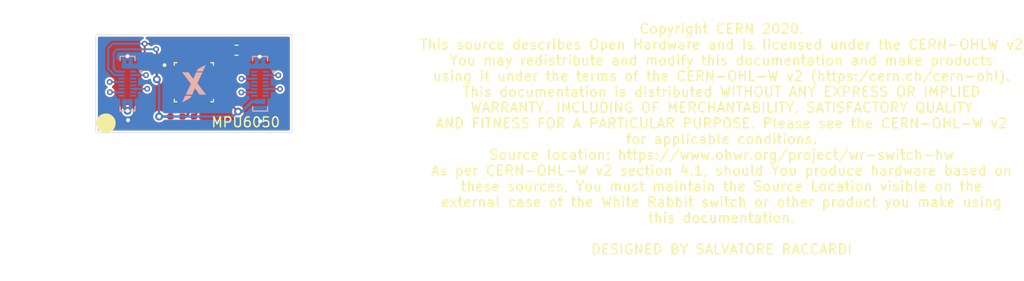
<source format=kicad_pcb>
(kicad_pcb (version 20171130) (host pcbnew "(5.1.5)-3")

  (general
    (thickness 1.6)
    (drawings 42)
    (tracks 112)
    (zones 0)
    (modules 11)
    (nets 53)
  )

  (page A4)
  (title_block
    (title "M0 - MPU6050 v1.0")
    (date 2021-02-27)
    (rev 1.0)
    (company OBJEX)
    (comment 1 "Designer: Salvatore Raccardi")
  )

  (layers
    (0 "(TOP)-RF_and_signals" signal)
    (31 "(BOTTOM)-Signals" signal)
    (32 B.Adhes user)
    (33 F.Adhes user)
    (34 B.Paste user)
    (35 F.Paste user)
    (36 B.SilkS user)
    (37 F.SilkS user)
    (38 B.Mask user)
    (39 F.Mask user)
    (40 Dwgs.User user)
    (41 Cmts.User user)
    (42 Eco1.User user)
    (43 Eco2.User user)
    (44 Edge.Cuts user)
    (45 Margin user)
    (46 B.CrtYd user)
    (47 F.CrtYd user)
    (48 B.Fab user hide)
    (49 F.Fab user hide)
  )

  (setup
    (last_trace_width 0.25)
    (user_trace_width 0.2)
    (user_trace_width 0.3)
    (user_trace_width 0.4)
    (user_trace_width 0.5)
    (trace_clearance 0.153)
    (zone_clearance 0.2)
    (zone_45_only no)
    (trace_min 0.2)
    (via_size 0.8)
    (via_drill 0.4)
    (via_min_size 0.4)
    (via_min_drill 0.3)
    (user_via 0.6 0.3)
    (uvia_size 0.3)
    (uvia_drill 0.1)
    (uvias_allowed no)
    (uvia_min_size 0.2)
    (uvia_min_drill 0.1)
    (edge_width 0.05)
    (segment_width 0.2)
    (pcb_text_width 0.3)
    (pcb_text_size 1.5 1.5)
    (mod_edge_width 0.12)
    (mod_text_size 1 1)
    (mod_text_width 0.15)
    (pad_size 1.524 1.524)
    (pad_drill 0.762)
    (pad_to_mask_clearance 0.051)
    (solder_mask_min_width 0.25)
    (aux_axis_origin 0 0)
    (visible_elements 7FFFFF7F)
    (pcbplotparams
      (layerselection 0x010f0_ffffffff)
      (usegerberextensions true)
      (usegerberattributes false)
      (usegerberadvancedattributes false)
      (creategerberjobfile false)
      (excludeedgelayer true)
      (linewidth 0.100000)
      (plotframeref false)
      (viasonmask false)
      (mode 1)
      (useauxorigin false)
      (hpglpennumber 1)
      (hpglpenspeed 20)
      (hpglpendiameter 15.000000)
      (psnegative false)
      (psa4output false)
      (plotreference true)
      (plotvalue true)
      (plotinvisibletext false)
      (padsonsilk false)
      (subtractmaskfromsilk false)
      (outputformat 1)
      (mirror false)
      (drillshape 0)
      (scaleselection 1)
      (outputdirectory "Gerbers/"))
  )

  (net 0 "")
  (net 1 GND)
  (net 2 +3V3)
  (net 3 +5V)
  (net 4 "Net-(J1-Pad3)")
  (net 5 "Net-(J1-Pad5)")
  (net 6 "Net-(J1-Pad7)")
  (net 7 "Net-(J1-Pad11)")
  (net 8 "Net-(J1-Pad15)")
  (net 9 "Net-(J1-Pad13)")
  (net 10 "Net-(J3-Pad3)")
  (net 11 "Net-(J3-Pad5)")
  (net 12 "Net-(J3-Pad7)")
  (net 13 "Net-(J3-Pad9)")
  (net 14 "Net-(J3-Pad11)")
  (net 15 "Net-(J3-Pad13)")
  (net 16 "Net-(J1-Pad1)")
  (net 17 "Net-(J1-Pad2)")
  (net 18 "Net-(J1-Pad8)")
  (net 19 "Net-(J1-Pad6)")
  (net 20 "Net-(J1-Pad12)")
  (net 21 "Net-(J1-Pad9)")
  (net 22 "Net-(J1-Pad10)")
  (net 23 "Net-(J1-Pad14)")
  (net 24 "Net-(J3-Pad4)")
  (net 25 "Net-(J3-Pad6)")
  (net 26 "Net-(J3-Pad12)")
  (net 27 "Net-(J3-Pad10)")
  (net 28 "Net-(J3-Pad14)")
  (net 29 "Net-(J1-Pad4)")
  (net 30 "Net-(J1-Pad16)")
  (net 31 /SDA)
  (net 32 /SCL)
  (net 33 "Net-(J3-Pad8)")
  (net 34 "Net-(U1-Pad7)")
  (net 35 "Net-(U1-Pad3)")
  (net 36 "Net-(U1-Pad4)")
  (net 37 "Net-(J3-Pad1)")
  (net 38 "Net-(J3-Pad2)")
  (net 39 "Net-(C1-Pad1)")
  (net 40 "Net-(C2-Pad1)")
  (net 41 "Net-(R3-Pad2)")
  (net 42 "Net-(U1-Pad25)")
  (net 43 "Net-(U1-Pad2)")
  (net 44 "Net-(U1-Pad5)")
  (net 45 "Net-(U1-Pad6)")
  (net 46 "Net-(U1-Pad12)")
  (net 47 "Net-(U1-Pad14)")
  (net 48 "Net-(U1-Pad15)")
  (net 49 "Net-(U1-Pad16)")
  (net 50 "Net-(U1-Pad17)")
  (net 51 "Net-(U1-Pad19)")
  (net 52 "Net-(U1-Pad22)")

  (net_class Default "This is the default net class."
    (clearance 0.153)
    (trace_width 0.25)
    (via_dia 0.8)
    (via_drill 0.4)
    (uvia_dia 0.3)
    (uvia_drill 0.1)
    (add_net +3V3)
    (add_net +5V)
    (add_net /SCL)
    (add_net /SDA)
    (add_net GND)
    (add_net "Net-(C1-Pad1)")
    (add_net "Net-(C2-Pad1)")
    (add_net "Net-(J1-Pad1)")
    (add_net "Net-(J1-Pad10)")
    (add_net "Net-(J1-Pad11)")
    (add_net "Net-(J1-Pad12)")
    (add_net "Net-(J1-Pad13)")
    (add_net "Net-(J1-Pad14)")
    (add_net "Net-(J1-Pad15)")
    (add_net "Net-(J1-Pad16)")
    (add_net "Net-(J1-Pad2)")
    (add_net "Net-(J1-Pad3)")
    (add_net "Net-(J1-Pad4)")
    (add_net "Net-(J1-Pad5)")
    (add_net "Net-(J1-Pad6)")
    (add_net "Net-(J1-Pad7)")
    (add_net "Net-(J1-Pad8)")
    (add_net "Net-(J1-Pad9)")
    (add_net "Net-(J3-Pad1)")
    (add_net "Net-(J3-Pad10)")
    (add_net "Net-(J3-Pad11)")
    (add_net "Net-(J3-Pad12)")
    (add_net "Net-(J3-Pad13)")
    (add_net "Net-(J3-Pad14)")
    (add_net "Net-(J3-Pad2)")
    (add_net "Net-(J3-Pad3)")
    (add_net "Net-(J3-Pad4)")
    (add_net "Net-(J3-Pad5)")
    (add_net "Net-(J3-Pad6)")
    (add_net "Net-(J3-Pad7)")
    (add_net "Net-(J3-Pad8)")
    (add_net "Net-(J3-Pad9)")
    (add_net "Net-(R3-Pad2)")
    (add_net "Net-(U1-Pad12)")
    (add_net "Net-(U1-Pad14)")
    (add_net "Net-(U1-Pad15)")
    (add_net "Net-(U1-Pad16)")
    (add_net "Net-(U1-Pad17)")
    (add_net "Net-(U1-Pad19)")
    (add_net "Net-(U1-Pad2)")
    (add_net "Net-(U1-Pad22)")
    (add_net "Net-(U1-Pad25)")
    (add_net "Net-(U1-Pad3)")
    (add_net "Net-(U1-Pad4)")
    (add_net "Net-(U1-Pad5)")
    (add_net "Net-(U1-Pad6)")
    (add_net "Net-(U1-Pad7)")
  )

  (module KicadLibrary:IC_MPU6050 (layer "(TOP)-RF_and_signals") (tedit 5E19964E) (tstamp 6057E8F2)
    (at 143.9926 90.043)
    (path /60579881)
    (fp_text reference U1 (at 0.675 -3.635) (layer F.Fab)
      (effects (font (size 1 1) (thickness 0.015)))
    )
    (fp_text value MPU6050 (at 3.85 3.635) (layer F.Fab)
      (effects (font (size 1 1) (thickness 0.015)))
    )
    (fp_circle (center -3 -1.75) (end -2.9 -1.75) (layer F.SilkS) (width 0.2))
    (fp_circle (center -3 -1.75) (end -2.9 -1.75) (layer F.Fab) (width 0.2))
    (fp_line (start 2 2) (end -2 2) (layer F.Fab) (width 0.127))
    (fp_line (start 2 -2) (end -2 -2) (layer F.Fab) (width 0.127))
    (fp_line (start 2 2) (end 2 -2) (layer F.Fab) (width 0.127))
    (fp_line (start -2 2) (end -2 -2) (layer F.Fab) (width 0.127))
    (fp_line (start -2.65 2.65) (end 2.65 2.65) (layer F.CrtYd) (width 0.05))
    (fp_line (start -2.65 -2.65) (end 2.65 -2.65) (layer F.CrtYd) (width 0.05))
    (fp_line (start -2.65 2.65) (end -2.65 -2.65) (layer F.CrtYd) (width 0.05))
    (fp_line (start 2.65 2.65) (end 2.65 -2.65) (layer F.CrtYd) (width 0.05))
    (fp_line (start -2 -1.7385) (end -2 -2) (layer F.SilkS) (width 0.127))
    (fp_line (start -2 -2) (end -1.7385 -2) (layer F.SilkS) (width 0.127))
    (fp_poly (pts (xy -0.854 -0.822) (xy 0.854 -0.822) (xy 0.854 0.822) (xy -0.854 0.822)) (layer F.Paste) (width 0.01))
    (fp_line (start -1.7385 2) (end -2 2) (layer F.SilkS) (width 0.127))
    (fp_line (start -2 2) (end -2 1.7385) (layer F.SilkS) (width 0.127))
    (fp_line (start 2 1.7385) (end 2 2) (layer F.SilkS) (width 0.127))
    (fp_line (start 2 2) (end 1.7385 2) (layer F.SilkS) (width 0.127))
    (fp_line (start 1.7385 -2) (end 2 -2) (layer F.SilkS) (width 0.127))
    (fp_line (start 2 -2) (end 2 -1.7385) (layer F.SilkS) (width 0.127))
    (pad 1 smd rect (at -2 -1.25) (size 0.8 0.35) (layers "(TOP)-RF_and_signals" F.Paste F.Mask)
      (net 1 GND))
    (pad 25 smd rect (at 0 0) (size 2.7 2.6) (layers "(TOP)-RF_and_signals" F.Mask)
      (net 42 "Net-(U1-Pad25)"))
    (pad 2 smd rect (at -2 -0.75) (size 0.8 0.35) (layers "(TOP)-RF_and_signals" F.Paste F.Mask)
      (net 43 "Net-(U1-Pad2)"))
    (pad 3 smd rect (at -2 -0.25) (size 0.8 0.35) (layers "(TOP)-RF_and_signals" F.Paste F.Mask)
      (net 35 "Net-(U1-Pad3)"))
    (pad 4 smd rect (at -2 0.25) (size 0.8 0.35) (layers "(TOP)-RF_and_signals" F.Paste F.Mask)
      (net 36 "Net-(U1-Pad4)"))
    (pad 5 smd rect (at -2 0.75) (size 0.8 0.35) (layers "(TOP)-RF_and_signals" F.Paste F.Mask)
      (net 44 "Net-(U1-Pad5)"))
    (pad 6 smd rect (at -2 1.25) (size 0.8 0.35) (layers "(TOP)-RF_and_signals" F.Paste F.Mask)
      (net 45 "Net-(U1-Pad6)"))
    (pad 7 smd rect (at -1.25 1.975) (size 0.35 0.85) (layers "(TOP)-RF_and_signals" F.Paste F.Mask)
      (net 34 "Net-(U1-Pad7)"))
    (pad 8 smd rect (at -0.75 1.975) (size 0.35 0.85) (layers "(TOP)-RF_and_signals" F.Paste F.Mask)
      (net 2 +3V3))
    (pad 9 smd rect (at -0.25 1.975) (size 0.35 0.85) (layers "(TOP)-RF_and_signals" F.Paste F.Mask)
      (net 41 "Net-(R3-Pad2)"))
    (pad 10 smd rect (at 0.25 1.975) (size 0.35 0.85) (layers "(TOP)-RF_and_signals" F.Paste F.Mask)
      (net 40 "Net-(C2-Pad1)"))
    (pad 11 smd rect (at 0.75 1.975) (size 0.35 0.85) (layers "(TOP)-RF_and_signals" F.Paste F.Mask)
      (net 1 GND))
    (pad 12 smd rect (at 1.25 1.975) (size 0.35 0.85) (layers "(TOP)-RF_and_signals" F.Paste F.Mask)
      (net 46 "Net-(U1-Pad12)"))
    (pad 13 smd rect (at 2 1.25) (size 0.8 0.35) (layers "(TOP)-RF_and_signals" F.Paste F.Mask)
      (net 2 +3V3))
    (pad 14 smd rect (at 2 0.75) (size 0.8 0.35) (layers "(TOP)-RF_and_signals" F.Paste F.Mask)
      (net 47 "Net-(U1-Pad14)"))
    (pad 15 smd rect (at 2 0.25) (size 0.8 0.35) (layers "(TOP)-RF_and_signals" F.Paste F.Mask)
      (net 48 "Net-(U1-Pad15)"))
    (pad 16 smd rect (at 2 -0.25) (size 0.8 0.35) (layers "(TOP)-RF_and_signals" F.Paste F.Mask)
      (net 49 "Net-(U1-Pad16)"))
    (pad 17 smd rect (at 2 -0.75) (size 0.8 0.35) (layers "(TOP)-RF_and_signals" F.Paste F.Mask)
      (net 50 "Net-(U1-Pad17)"))
    (pad 18 smd rect (at 2 -1.25) (size 0.8 0.35) (layers "(TOP)-RF_and_signals" F.Paste F.Mask)
      (net 1 GND))
    (pad 19 smd rect (at 1.25 -1.975) (size 0.35 0.85) (layers "(TOP)-RF_and_signals" F.Paste F.Mask)
      (net 51 "Net-(U1-Pad19)"))
    (pad 20 smd rect (at 0.75 -1.975) (size 0.35 0.85) (layers "(TOP)-RF_and_signals" F.Paste F.Mask)
      (net 39 "Net-(C1-Pad1)"))
    (pad 21 smd rect (at 0.25 -1.975) (size 0.35 0.85) (layers "(TOP)-RF_and_signals" F.Paste F.Mask)
      (net 51 "Net-(U1-Pad19)"))
    (pad 22 smd rect (at -0.25 -1.975) (size 0.35 0.85) (layers "(TOP)-RF_and_signals" F.Paste F.Mask)
      (net 52 "Net-(U1-Pad22)"))
    (pad 23 smd rect (at -0.75 -1.975) (size 0.35 0.85) (layers "(TOP)-RF_and_signals" F.Paste F.Mask)
      (net 32 /SCL))
    (pad 24 smd rect (at -1.25 -1.975) (size 0.35 0.85) (layers "(TOP)-RF_and_signals" F.Paste F.Mask)
      (net 31 /SDA))
  )

  (module KicadLibrary:OBJEX-LOGO-X_ONLY (layer "(BOTTOM)-Signals") (tedit 0) (tstamp 603BEB73)
    (at 144.018 90.17 180)
    (fp_text reference G*** (at 0 0) (layer B.SilkS) hide
      (effects (font (size 1.524 1.524) (thickness 0.3)) (justify mirror))
    )
    (fp_text value LOGO (at 0.75 0) (layer B.SilkS) hide
      (effects (font (size 1.524 1.524) (thickness 0.3)) (justify mirror))
    )
    (fp_poly (pts (xy -1.170943 1.885541) (xy -1.130416 1.866835) (xy -1.067715 1.83649) (xy -0.986805 1.796449)
      (xy -0.891651 1.748652) (xy -0.796454 1.700272) (xy -0.679443 1.640668) (xy -0.587906 1.593623)
      (xy -0.517462 1.555705) (xy -0.463732 1.523482) (xy -0.422334 1.493524) (xy -0.388889 1.462399)
      (xy -0.359016 1.426675) (xy -0.328335 1.38292) (xy -0.292465 1.327704) (xy -0.263421 1.2827)
      (xy -0.233171 1.236133) (xy -0.882291 1.236133) (xy -1.001732 1.4859) (xy -1.067861 1.624978)
      (xy -1.119025 1.734373) (xy -1.155483 1.814652) (xy -1.177492 1.866384) (xy -1.18531 1.890137)
      (xy -1.185333 1.890669) (xy -1.170943 1.885541)) (layer B.SilkS) (width 0.01))
    (fp_poly (pts (xy 0.983621 1.134046) (xy 1.070482 1.132692) (xy 1.139358 1.130628) (xy 1.185022 1.128013)
      (xy 1.202243 1.125006) (xy 1.202267 1.124889) (xy 1.192319 1.110057) (xy 1.164075 1.071563)
      (xy 1.119934 1.012551) (xy 1.062295 0.936167) (xy 0.993558 0.845557) (xy 0.916121 0.743865)
      (xy 0.832384 0.634236) (xy 0.744746 0.519816) (xy 0.655607 0.403749) (xy 0.567365 0.289182)
      (xy 0.48242 0.179259) (xy 0.40317 0.077125) (xy 0.395039 0.066675) (xy 0.321726 -0.027517)
      (xy 0.501503 -0.407459) (xy 0.556873 -0.524525) (xy 0.612654 -0.642548) (xy 0.665525 -0.754496)
      (xy 0.712165 -0.853332) (xy 0.749252 -0.932024) (xy 0.762869 -0.960967) (xy 0.844458 -1.134534)
      (xy 0.207489 -1.134534) (xy 0.063214 -0.817634) (xy 0.019135 -0.722115) (xy -0.020924 -0.637751)
      (xy -0.054663 -0.569191) (xy -0.079782 -0.521083) (xy -0.093979 -0.498078) (xy -0.095564 -0.49679)
      (xy -0.108972 -0.508939) (xy -0.138619 -0.545161) (xy -0.181598 -0.601592) (xy -0.235001 -0.674371)
      (xy -0.295921 -0.759634) (xy -0.330885 -0.809456) (xy -0.551703 -1.126067) (xy -0.878402 -1.130671)
      (xy -1.2051 -1.135275) (xy -1.171468 -1.088337) (xy -1.153914 -1.064727) (xy -1.118212 -1.017434)
      (xy -1.066802 -0.949664) (xy -1.002124 -0.864625) (xy -0.926617 -0.765524) (xy -0.842721 -0.655567)
      (xy -0.752876 -0.537963) (xy -0.730842 -0.509143) (xy -0.621298 -0.365261) (xy -0.531637 -0.24604)
      (xy -0.460597 -0.149687) (xy -0.406917 -0.074409) (xy -0.369336 -0.018411) (xy -0.346592 0.020099)
      (xy -0.337424 0.042916) (xy -0.337826 0.049657) (xy -0.351272 0.076704) (xy -0.376263 0.128405)
      (xy -0.410795 0.200517) (xy -0.45286 0.288793) (xy -0.500454 0.388989) (xy -0.551571 0.496859)
      (xy -0.604205 0.608158) (xy -0.656351 0.718642) (xy -0.706003 0.824065) (xy -0.751156 0.920182)
      (xy -0.789805 1.002748) (xy -0.819943 1.067518) (xy -0.839565 1.110246) (xy -0.846665 1.126688)
      (xy -0.846666 1.126708) (xy -0.830606 1.129135) (xy -0.785915 1.131201) (xy -0.717829 1.132787)
      (xy -0.631583 1.133772) (xy -0.532413 1.134034) (xy -0.529166 1.134029) (xy -0.211667 1.133525)
      (xy -0.061168 0.804271) (xy -0.01637 0.707671) (xy 0.024168 0.622917) (xy 0.058259 0.554368)
      (xy 0.083716 0.506382) (xy 0.098351 0.483318) (xy 0.100603 0.481983) (xy 0.113151 0.49726)
      (xy 0.14223 0.536334) (xy 0.184975 0.595239) (xy 0.238523 0.67001) (xy 0.300008 0.756682)
      (xy 0.33881 0.811742) (xy 0.565745 1.134533) (xy 0.884006 1.134533) (xy 0.983621 1.134046)) (layer B.SilkS) (width 0.01))
    (fp_poly (pts (xy 0.952848 -1.350433) (xy 0.975884 -1.401434) (xy 1.009589 -1.47437) (xy 1.049958 -1.560655)
      (xy 1.092991 -1.6517) (xy 1.106763 -1.680633) (xy 1.144881 -1.761002) (xy 1.176887 -1.829325)
      (xy 1.200364 -1.880379) (xy 1.212898 -1.90894) (xy 1.214268 -1.913172) (xy 1.198891 -1.905684)
      (xy 1.15741 -1.88475) (xy 1.093837 -1.852414) (xy 1.012185 -1.810721) (xy 0.916465 -1.761716)
      (xy 0.821267 -1.712875) (xy 0.4318 -1.512874) (xy 0.351367 -1.396769) (xy 0.314408 -1.341867)
      (xy 0.286405 -1.297311) (xy 0.271949 -1.270517) (xy 0.270934 -1.266866) (xy 0.286996 -1.262555)
      (xy 0.331706 -1.258794) (xy 0.399843 -1.255809) (xy 0.486189 -1.253826) (xy 0.585527 -1.253068)
      (xy 0.590453 -1.253067) (xy 0.909973 -1.253067) (xy 0.952848 -1.350433)) (layer B.SilkS) (width 0.01))
  )

  (module "Connector_Hirose:BM28B0.6-16DP-2-0.35V(51)" (layer "(BOTTOM)-Signals") (tedit 603695F7) (tstamp 60371288)
    (at 147.7899 90.1954 270)
    (path /60369C04)
    (fp_text reference J1 (at 0 -0.5 90) (layer B.Fab)
      (effects (font (size 1 1) (thickness 0.15)) (justify mirror))
    )
    (fp_text value "BM28B0.6-16DP_2-0.35V(51)" (at 0 0.5 90) (layer B.Fab)
      (effects (font (size 1 1) (thickness 0.15)) (justify mirror))
    )
    (fp_circle (center -1.2192 -4.38404) (end -1.19888 -4.43484) (layer B.SilkS) (width 0.12))
    (fp_line (start -2.3495 -2.2225) (end -2.794 -2.2225) (layer B.SilkS) (width 0.12))
    (fp_line (start -2.794 -2.2225) (end -2.794 -3.7465) (layer B.SilkS) (width 0.12))
    (fp_line (start -2.794 -3.7465) (end -2.3495 -3.7465) (layer B.SilkS) (width 0.12))
    (fp_line (start 2.3495 -3.7465) (end 2.794 -3.7465) (layer B.SilkS) (width 0.12))
    (fp_line (start 2.794 -2.2225) (end 2.3495 -2.2225) (layer B.SilkS) (width 0.12))
    (fp_line (start 2.794 -3.7465) (end 2.794 -2.2225) (layer B.SilkS) (width 0.12))
    (pad 1 smd rect (at -1.22174 -3.56362 270) (size 0.18 0.615) (layers "(BOTTOM)-Signals" B.Paste B.Mask)
      (net 16 "Net-(J1-Pad1)"))
    (pad 18 smd rect (at -1.80916 -3.302 270) (size 0.52 0.4) (layers "(BOTTOM)-Signals" B.Paste B.Mask)
      (net 1 GND))
    (pad 2 smd rect (at -0.86524 -3.56362 270) (size 0.18 0.615) (layers "(BOTTOM)-Signals" B.Paste B.Mask)
      (net 17 "Net-(J1-Pad2)"))
    (pad 4 smd rect (at -0.16524 -3.56362 270) (size 0.18 0.615) (layers "(BOTTOM)-Signals" B.Paste B.Mask)
      (net 29 "Net-(J1-Pad4)"))
    (pad 3 smd rect (at -0.51524 -3.56362 270) (size 0.18 0.615) (layers "(BOTTOM)-Signals" B.Paste B.Mask)
      (net 4 "Net-(J1-Pad3)"))
    (pad 8 smd rect (at 1.23476 -3.56362 270) (size 0.18 0.615) (layers "(BOTTOM)-Signals" B.Paste B.Mask)
      (net 18 "Net-(J1-Pad8)"))
    (pad 6 smd rect (at 0.53476 -3.56362 270) (size 0.18 0.615) (layers "(BOTTOM)-Signals" B.Paste B.Mask)
      (net 19 "Net-(J1-Pad6)"))
    (pad 5 smd rect (at 0.18476 -3.56362 270) (size 0.18 0.615) (layers "(BOTTOM)-Signals" B.Paste B.Mask)
      (net 5 "Net-(J1-Pad5)"))
    (pad 7 smd rect (at 0.88476 -3.56362 270) (size 0.18 0.615) (layers "(BOTTOM)-Signals" B.Paste B.Mask)
      (net 6 "Net-(J1-Pad7)"))
    (pad 19 smd rect (at 1.82046 -3.30454 270) (size 0.52 0.4) (layers "(BOTTOM)-Signals" B.Paste B.Mask)
      (net 2 +3V3))
    (pad 17 smd rect (at -1.80916 -2.6416 90) (size 0.52 0.4) (layers "(BOTTOM)-Signals" B.Paste B.Mask)
      (net 1 GND))
    (pad 20 smd rect (at 1.82046 -2.64414 90) (size 0.52 0.4) (layers "(BOTTOM)-Signals" B.Paste B.Mask)
      (net 2 +3V3))
    (pad 12 smd rect (at 0.18476 -2.37998 270) (size 0.18 0.615) (layers "(BOTTOM)-Signals" B.Paste B.Mask)
      (net 20 "Net-(J1-Pad12)"))
    (pad 9 smd rect (at 1.23476 -2.37998 270) (size 0.18 0.615) (layers "(BOTTOM)-Signals" B.Paste B.Mask)
      (net 21 "Net-(J1-Pad9)"))
    (pad 11 smd rect (at 0.53476 -2.37998 270) (size 0.18 0.615) (layers "(BOTTOM)-Signals" B.Paste B.Mask)
      (net 7 "Net-(J1-Pad11)"))
    (pad 15 smd rect (at -0.86524 -2.37998 270) (size 0.18 0.615) (layers "(BOTTOM)-Signals" B.Paste B.Mask)
      (net 8 "Net-(J1-Pad15)"))
    (pad 16 smd rect (at -1.22174 -2.37998 270) (size 0.18 0.615) (layers "(BOTTOM)-Signals" B.Paste B.Mask)
      (net 30 "Net-(J1-Pad16)"))
    (pad 13 smd rect (at -0.16524 -2.37998 270) (size 0.18 0.615) (layers "(BOTTOM)-Signals" B.Paste B.Mask)
      (net 9 "Net-(J1-Pad13)"))
    (pad 10 smd rect (at 0.88476 -2.37998 270) (size 0.18 0.615) (layers "(BOTTOM)-Signals" B.Paste B.Mask)
      (net 22 "Net-(J1-Pad10)"))
    (pad 14 smd rect (at -0.51524 -2.37998 270) (size 0.18 0.615) (layers "(BOTTOM)-Signals" B.Paste B.Mask)
      (net 23 "Net-(J1-Pad14)"))
    (model E:/KicadLibrary/3D/BM28-16DP.stp
      (offset (xyz 0 -2.95 0))
      (scale (xyz 1 1 1))
      (rotate (xyz 0 0 0))
    )
  )

  (module "Connector_Hirose:BM28B0.6-16DP-2-0.35V(51)" (layer "(BOTTOM)-Signals") (tedit 603695F7) (tstamp 60394D3F)
    (at 134.2263 90.1827 270)
    (path /6037E454)
    (fp_text reference J3 (at 0 -0.5 90) (layer B.Fab)
      (effects (font (size 1 1) (thickness 0.15)) (justify mirror))
    )
    (fp_text value "BM28B0.6-16DP_2-0.35V(51)" (at 0 0.5 90) (layer B.Fab)
      (effects (font (size 1 1) (thickness 0.15)) (justify mirror))
    )
    (fp_circle (center -1.2192 -4.38404) (end -1.19888 -4.43484) (layer B.SilkS) (width 0.12))
    (fp_line (start -2.3495 -2.2225) (end -2.794 -2.2225) (layer B.SilkS) (width 0.12))
    (fp_line (start -2.794 -2.2225) (end -2.794 -3.7465) (layer B.SilkS) (width 0.12))
    (fp_line (start -2.794 -3.7465) (end -2.3495 -3.7465) (layer B.SilkS) (width 0.12))
    (fp_line (start 2.3495 -3.7465) (end 2.794 -3.7465) (layer B.SilkS) (width 0.12))
    (fp_line (start 2.794 -2.2225) (end 2.3495 -2.2225) (layer B.SilkS) (width 0.12))
    (fp_line (start 2.794 -3.7465) (end 2.794 -2.2225) (layer B.SilkS) (width 0.12))
    (pad 1 smd rect (at -1.22174 -3.56362 270) (size 0.18 0.615) (layers "(BOTTOM)-Signals" B.Paste B.Mask)
      (net 37 "Net-(J3-Pad1)"))
    (pad 18 smd rect (at -1.80916 -3.302 270) (size 0.52 0.4) (layers "(BOTTOM)-Signals" B.Paste B.Mask)
      (net 1 GND))
    (pad 2 smd rect (at -0.86524 -3.56362 270) (size 0.18 0.615) (layers "(BOTTOM)-Signals" B.Paste B.Mask)
      (net 38 "Net-(J3-Pad2)"))
    (pad 4 smd rect (at -0.16524 -3.56362 270) (size 0.18 0.615) (layers "(BOTTOM)-Signals" B.Paste B.Mask)
      (net 24 "Net-(J3-Pad4)"))
    (pad 3 smd rect (at -0.51524 -3.56362 270) (size 0.18 0.615) (layers "(BOTTOM)-Signals" B.Paste B.Mask)
      (net 10 "Net-(J3-Pad3)"))
    (pad 8 smd rect (at 1.23476 -3.56362 270) (size 0.18 0.615) (layers "(BOTTOM)-Signals" B.Paste B.Mask)
      (net 33 "Net-(J3-Pad8)"))
    (pad 6 smd rect (at 0.53476 -3.56362 270) (size 0.18 0.615) (layers "(BOTTOM)-Signals" B.Paste B.Mask)
      (net 25 "Net-(J3-Pad6)"))
    (pad 5 smd rect (at 0.18476 -3.56362 270) (size 0.18 0.615) (layers "(BOTTOM)-Signals" B.Paste B.Mask)
      (net 11 "Net-(J3-Pad5)"))
    (pad 7 smd rect (at 0.88476 -3.56362 270) (size 0.18 0.615) (layers "(BOTTOM)-Signals" B.Paste B.Mask)
      (net 12 "Net-(J3-Pad7)"))
    (pad 19 smd rect (at 1.82046 -3.30454 270) (size 0.52 0.4) (layers "(BOTTOM)-Signals" B.Paste B.Mask)
      (net 3 +5V))
    (pad 17 smd rect (at -1.80916 -2.6416 90) (size 0.52 0.4) (layers "(BOTTOM)-Signals" B.Paste B.Mask)
      (net 1 GND))
    (pad 20 smd rect (at 1.82046 -2.64414 90) (size 0.52 0.4) (layers "(BOTTOM)-Signals" B.Paste B.Mask)
      (net 3 +5V))
    (pad 12 smd rect (at 0.18476 -2.37998 270) (size 0.18 0.615) (layers "(BOTTOM)-Signals" B.Paste B.Mask)
      (net 26 "Net-(J3-Pad12)"))
    (pad 9 smd rect (at 1.23476 -2.37998 270) (size 0.18 0.615) (layers "(BOTTOM)-Signals" B.Paste B.Mask)
      (net 13 "Net-(J3-Pad9)"))
    (pad 11 smd rect (at 0.53476 -2.37998 270) (size 0.18 0.615) (layers "(BOTTOM)-Signals" B.Paste B.Mask)
      (net 14 "Net-(J3-Pad11)"))
    (pad 15 smd rect (at -0.86524 -2.37998 270) (size 0.18 0.615) (layers "(BOTTOM)-Signals" B.Paste B.Mask)
      (net 32 /SCL))
    (pad 16 smd rect (at -1.22174 -2.37998 270) (size 0.18 0.615) (layers "(BOTTOM)-Signals" B.Paste B.Mask)
      (net 31 /SDA))
    (pad 13 smd rect (at -0.16524 -2.37998 270) (size 0.18 0.615) (layers "(BOTTOM)-Signals" B.Paste B.Mask)
      (net 15 "Net-(J3-Pad13)"))
    (pad 10 smd rect (at 0.88476 -2.37998 270) (size 0.18 0.615) (layers "(BOTTOM)-Signals" B.Paste B.Mask)
      (net 27 "Net-(J3-Pad10)"))
    (pad 14 smd rect (at -0.51524 -2.37998 270) (size 0.18 0.615) (layers "(BOTTOM)-Signals" B.Paste B.Mask)
      (net 28 "Net-(J3-Pad14)"))
    (model E:/KicadLibrary/3D/BM28-16DP.stp
      (offset (xyz 0 -2.95 0))
      (scale (xyz 1 1 1))
      (rotate (xyz 0 0 0))
    )
  )

  (module Capacitor_SMD:C_0603_1608Metric (layer "(TOP)-RF_and_signals") (tedit 5B301BBE) (tstamp 6057E868)
    (at 148.3614 86.7664)
    (descr "Capacitor SMD 0603 (1608 Metric), square (rectangular) end terminal, IPC_7351 nominal, (Body size source: http://www.tortai-tech.com/upload/download/2011102023233369053.pdf), generated with kicad-footprint-generator")
    (tags capacitor)
    (path /6058EF1C)
    (attr smd)
    (fp_text reference C1 (at 0 -1.43) (layer F.Fab)
      (effects (font (size 1 1) (thickness 0.15)))
    )
    (fp_text value 2200pF (at 0 1.43) (layer F.Fab)
      (effects (font (size 1 1) (thickness 0.15)))
    )
    (fp_line (start -0.8 0.4) (end -0.8 -0.4) (layer F.Fab) (width 0.1))
    (fp_line (start -0.8 -0.4) (end 0.8 -0.4) (layer F.Fab) (width 0.1))
    (fp_line (start 0.8 -0.4) (end 0.8 0.4) (layer F.Fab) (width 0.1))
    (fp_line (start 0.8 0.4) (end -0.8 0.4) (layer F.Fab) (width 0.1))
    (fp_line (start -0.162779 -0.51) (end 0.162779 -0.51) (layer F.SilkS) (width 0.12))
    (fp_line (start -0.162779 0.51) (end 0.162779 0.51) (layer F.SilkS) (width 0.12))
    (fp_line (start -1.48 0.73) (end -1.48 -0.73) (layer F.CrtYd) (width 0.05))
    (fp_line (start -1.48 -0.73) (end 1.48 -0.73) (layer F.CrtYd) (width 0.05))
    (fp_line (start 1.48 -0.73) (end 1.48 0.73) (layer F.CrtYd) (width 0.05))
    (fp_line (start 1.48 0.73) (end -1.48 0.73) (layer F.CrtYd) (width 0.05))
    (fp_text user %R (at 0 0) (layer F.Fab)
      (effects (font (size 0.4 0.4) (thickness 0.06)))
    )
    (pad 1 smd roundrect (at -0.7875 0) (size 0.875 0.95) (layers "(TOP)-RF_and_signals" F.Paste F.Mask) (roundrect_rratio 0.25)
      (net 39 "Net-(C1-Pad1)"))
    (pad 2 smd roundrect (at 0.7875 0) (size 0.875 0.95) (layers "(TOP)-RF_and_signals" F.Paste F.Mask) (roundrect_rratio 0.25)
      (net 1 GND))
    (model ${KISYS3DMOD}/Capacitor_SMD.3dshapes/C_0603_1608Metric.wrl
      (at (xyz 0 0 0))
      (scale (xyz 1 1 1))
      (rotate (xyz 0 0 0))
    )
  )

  (module Capacitor_SMD:C_0402_1005Metric (layer "(TOP)-RF_and_signals") (tedit 5B301BBE) (tstamp 6057E877)
    (at 143.9926 94.0308 270)
    (descr "Capacitor SMD 0402 (1005 Metric), square (rectangular) end terminal, IPC_7351 nominal, (Body size source: http://www.tortai-tech.com/upload/download/2011102023233369053.pdf), generated with kicad-footprint-generator")
    (tags capacitor)
    (path /60595465)
    (attr smd)
    (fp_text reference C2 (at 0 -1.17 90) (layer F.Fab)
      (effects (font (size 1 1) (thickness 0.15)))
    )
    (fp_text value 0.1uF (at 0 1.17 90) (layer F.Fab)
      (effects (font (size 1 1) (thickness 0.15)))
    )
    (fp_line (start -0.5 0.25) (end -0.5 -0.25) (layer F.Fab) (width 0.1))
    (fp_line (start -0.5 -0.25) (end 0.5 -0.25) (layer F.Fab) (width 0.1))
    (fp_line (start 0.5 -0.25) (end 0.5 0.25) (layer F.Fab) (width 0.1))
    (fp_line (start 0.5 0.25) (end -0.5 0.25) (layer F.Fab) (width 0.1))
    (fp_line (start -0.93 0.47) (end -0.93 -0.47) (layer F.CrtYd) (width 0.05))
    (fp_line (start -0.93 -0.47) (end 0.93 -0.47) (layer F.CrtYd) (width 0.05))
    (fp_line (start 0.93 -0.47) (end 0.93 0.47) (layer F.CrtYd) (width 0.05))
    (fp_line (start 0.93 0.47) (end -0.93 0.47) (layer F.CrtYd) (width 0.05))
    (fp_text user %R (at 0 0 90) (layer F.Fab)
      (effects (font (size 0.25 0.25) (thickness 0.04)))
    )
    (pad 1 smd roundrect (at -0.485 0 270) (size 0.59 0.64) (layers "(TOP)-RF_and_signals" F.Paste F.Mask) (roundrect_rratio 0.25)
      (net 40 "Net-(C2-Pad1)"))
    (pad 2 smd roundrect (at 0.485 0 270) (size 0.59 0.64) (layers "(TOP)-RF_and_signals" F.Paste F.Mask) (roundrect_rratio 0.25)
      (net 1 GND))
    (model ${KISYS3DMOD}/Capacitor_SMD.3dshapes/C_0402_1005Metric.wrl
      (at (xyz 0 0 0))
      (scale (xyz 1 1 1))
      (rotate (xyz 0 0 0))
    )
  )

  (module Capacitor_SMD:C_0402_1005Metric (layer "(TOP)-RF_and_signals") (tedit 5B301BBE) (tstamp 6057E886)
    (at 141.605 94.0308 270)
    (descr "Capacitor SMD 0402 (1005 Metric), square (rectangular) end terminal, IPC_7351 nominal, (Body size source: http://www.tortai-tech.com/upload/download/2011102023233369053.pdf), generated with kicad-footprint-generator")
    (tags capacitor)
    (path /60597D2D)
    (attr smd)
    (fp_text reference C3 (at 0 -1.17 90) (layer F.Fab)
      (effects (font (size 1 1) (thickness 0.15)))
    )
    (fp_text value 0.01uF (at 0 1.17 90) (layer F.Fab)
      (effects (font (size 1 1) (thickness 0.15)))
    )
    (fp_text user %R (at 0 0 90) (layer F.Fab)
      (effects (font (size 0.25 0.25) (thickness 0.04)))
    )
    (fp_line (start 0.93 0.47) (end -0.93 0.47) (layer F.CrtYd) (width 0.05))
    (fp_line (start 0.93 -0.47) (end 0.93 0.47) (layer F.CrtYd) (width 0.05))
    (fp_line (start -0.93 -0.47) (end 0.93 -0.47) (layer F.CrtYd) (width 0.05))
    (fp_line (start -0.93 0.47) (end -0.93 -0.47) (layer F.CrtYd) (width 0.05))
    (fp_line (start 0.5 0.25) (end -0.5 0.25) (layer F.Fab) (width 0.1))
    (fp_line (start 0.5 -0.25) (end 0.5 0.25) (layer F.Fab) (width 0.1))
    (fp_line (start -0.5 -0.25) (end 0.5 -0.25) (layer F.Fab) (width 0.1))
    (fp_line (start -0.5 0.25) (end -0.5 -0.25) (layer F.Fab) (width 0.1))
    (pad 2 smd roundrect (at 0.485 0 270) (size 0.59 0.64) (layers "(TOP)-RF_and_signals" F.Paste F.Mask) (roundrect_rratio 0.25)
      (net 1 GND))
    (pad 1 smd roundrect (at -0.485 0 270) (size 0.59 0.64) (layers "(TOP)-RF_and_signals" F.Paste F.Mask) (roundrect_rratio 0.25)
      (net 2 +3V3))
    (model ${KISYS3DMOD}/Capacitor_SMD.3dshapes/C_0402_1005Metric.wrl
      (at (xyz 0 0 0))
      (scale (xyz 1 1 1))
      (rotate (xyz 0 0 0))
    )
  )

  (module Capacitor_SMD:C_0402_1005Metric (layer "(TOP)-RF_and_signals") (tedit 5B301BBE) (tstamp 6057E895)
    (at 147.4724 90.805 90)
    (descr "Capacitor SMD 0402 (1005 Metric), square (rectangular) end terminal, IPC_7351 nominal, (Body size source: http://www.tortai-tech.com/upload/download/2011102023233369053.pdf), generated with kicad-footprint-generator")
    (tags capacitor)
    (path /605996D6)
    (attr smd)
    (fp_text reference C4 (at 0 -1.17 90) (layer F.Fab)
      (effects (font (size 1 1) (thickness 0.15)))
    )
    (fp_text value 0.1uF (at 0 1.17 90) (layer F.Fab)
      (effects (font (size 1 1) (thickness 0.15)))
    )
    (fp_line (start -0.5 0.25) (end -0.5 -0.25) (layer F.Fab) (width 0.1))
    (fp_line (start -0.5 -0.25) (end 0.5 -0.25) (layer F.Fab) (width 0.1))
    (fp_line (start 0.5 -0.25) (end 0.5 0.25) (layer F.Fab) (width 0.1))
    (fp_line (start 0.5 0.25) (end -0.5 0.25) (layer F.Fab) (width 0.1))
    (fp_line (start -0.93 0.47) (end -0.93 -0.47) (layer F.CrtYd) (width 0.05))
    (fp_line (start -0.93 -0.47) (end 0.93 -0.47) (layer F.CrtYd) (width 0.05))
    (fp_line (start 0.93 -0.47) (end 0.93 0.47) (layer F.CrtYd) (width 0.05))
    (fp_line (start 0.93 0.47) (end -0.93 0.47) (layer F.CrtYd) (width 0.05))
    (fp_text user %R (at 0 0 90) (layer F.Fab)
      (effects (font (size 0.25 0.25) (thickness 0.04)))
    )
    (pad 1 smd roundrect (at -0.485 0 90) (size 0.59 0.64) (layers "(TOP)-RF_and_signals" F.Paste F.Mask) (roundrect_rratio 0.25)
      (net 2 +3V3))
    (pad 2 smd roundrect (at 0.485 0 90) (size 0.59 0.64) (layers "(TOP)-RF_and_signals" F.Paste F.Mask) (roundrect_rratio 0.25)
      (net 1 GND))
    (model ${KISYS3DMOD}/Capacitor_SMD.3dshapes/C_0402_1005Metric.wrl
      (at (xyz 0 0 0))
      (scale (xyz 1 1 1))
      (rotate (xyz 0 0 0))
    )
  )

  (module Resistor_SMD:R_0402_1005Metric (layer "(TOP)-RF_and_signals") (tedit 5B301BBD) (tstamp 6057E8A4)
    (at 140.208 88.0872 90)
    (descr "Resistor SMD 0402 (1005 Metric), square (rectangular) end terminal, IPC_7351 nominal, (Body size source: http://www.tortai-tech.com/upload/download/2011102023233369053.pdf), generated with kicad-footprint-generator")
    (tags resistor)
    (path /605825F6)
    (attr smd)
    (fp_text reference R1 (at 0 -1.17 90) (layer F.Fab)
      (effects (font (size 1 1) (thickness 0.15)))
    )
    (fp_text value 4.7K (at 0 1.17 90) (layer F.Fab)
      (effects (font (size 1 1) (thickness 0.15)))
    )
    (fp_text user %R (at 0 0 90) (layer F.Fab)
      (effects (font (size 0.25 0.25) (thickness 0.04)))
    )
    (fp_line (start 0.93 0.47) (end -0.93 0.47) (layer F.CrtYd) (width 0.05))
    (fp_line (start 0.93 -0.47) (end 0.93 0.47) (layer F.CrtYd) (width 0.05))
    (fp_line (start -0.93 -0.47) (end 0.93 -0.47) (layer F.CrtYd) (width 0.05))
    (fp_line (start -0.93 0.47) (end -0.93 -0.47) (layer F.CrtYd) (width 0.05))
    (fp_line (start 0.5 0.25) (end -0.5 0.25) (layer F.Fab) (width 0.1))
    (fp_line (start 0.5 -0.25) (end 0.5 0.25) (layer F.Fab) (width 0.1))
    (fp_line (start -0.5 -0.25) (end 0.5 -0.25) (layer F.Fab) (width 0.1))
    (fp_line (start -0.5 0.25) (end -0.5 -0.25) (layer F.Fab) (width 0.1))
    (pad 2 smd roundrect (at 0.485 0 90) (size 0.59 0.64) (layers "(TOP)-RF_and_signals" F.Paste F.Mask) (roundrect_rratio 0.25)
      (net 31 /SDA))
    (pad 1 smd roundrect (at -0.485 0 90) (size 0.59 0.64) (layers "(TOP)-RF_and_signals" F.Paste F.Mask) (roundrect_rratio 0.25)
      (net 2 +3V3))
    (model ${KISYS3DMOD}/Resistor_SMD.3dshapes/R_0402_1005Metric.wrl
      (at (xyz 0 0 0))
      (scale (xyz 1 1 1))
      (rotate (xyz 0 0 0))
    )
  )

  (module Resistor_SMD:R_0402_1005Metric (layer "(TOP)-RF_and_signals") (tedit 5B301BBD) (tstamp 6057E8B3)
    (at 139.1158 88.0872 90)
    (descr "Resistor SMD 0402 (1005 Metric), square (rectangular) end terminal, IPC_7351 nominal, (Body size source: http://www.tortai-tech.com/upload/download/2011102023233369053.pdf), generated with kicad-footprint-generator")
    (tags resistor)
    (path /60581EDC)
    (attr smd)
    (fp_text reference R2 (at 0 -1.17 90) (layer F.Fab)
      (effects (font (size 1 1) (thickness 0.15)))
    )
    (fp_text value 4.7K (at 0 1.17 90) (layer F.Fab)
      (effects (font (size 1 1) (thickness 0.15)))
    )
    (fp_line (start -0.5 0.25) (end -0.5 -0.25) (layer F.Fab) (width 0.1))
    (fp_line (start -0.5 -0.25) (end 0.5 -0.25) (layer F.Fab) (width 0.1))
    (fp_line (start 0.5 -0.25) (end 0.5 0.25) (layer F.Fab) (width 0.1))
    (fp_line (start 0.5 0.25) (end -0.5 0.25) (layer F.Fab) (width 0.1))
    (fp_line (start -0.93 0.47) (end -0.93 -0.47) (layer F.CrtYd) (width 0.05))
    (fp_line (start -0.93 -0.47) (end 0.93 -0.47) (layer F.CrtYd) (width 0.05))
    (fp_line (start 0.93 -0.47) (end 0.93 0.47) (layer F.CrtYd) (width 0.05))
    (fp_line (start 0.93 0.47) (end -0.93 0.47) (layer F.CrtYd) (width 0.05))
    (fp_text user %R (at 0 0 90) (layer F.Fab)
      (effects (font (size 0.25 0.25) (thickness 0.04)))
    )
    (pad 1 smd roundrect (at -0.485 0 90) (size 0.59 0.64) (layers "(TOP)-RF_and_signals" F.Paste F.Mask) (roundrect_rratio 0.25)
      (net 2 +3V3))
    (pad 2 smd roundrect (at 0.485 0 90) (size 0.59 0.64) (layers "(TOP)-RF_and_signals" F.Paste F.Mask) (roundrect_rratio 0.25)
      (net 32 /SCL))
    (model ${KISYS3DMOD}/Resistor_SMD.3dshapes/R_0402_1005Metric.wrl
      (at (xyz 0 0 0))
      (scale (xyz 1 1 1))
      (rotate (xyz 0 0 0))
    )
  )

  (module Resistor_SMD:R_0402_1005Metric (layer "(TOP)-RF_and_signals") (tedit 5B301BBD) (tstamp 6057E8C2)
    (at 142.8242 94.0308 90)
    (descr "Resistor SMD 0402 (1005 Metric), square (rectangular) end terminal, IPC_7351 nominal, (Body size source: http://www.tortai-tech.com/upload/download/2011102023233369053.pdf), generated with kicad-footprint-generator")
    (tags resistor)
    (path /6057F24E)
    (attr smd)
    (fp_text reference R3 (at 0 -1.17 90) (layer F.Fab)
      (effects (font (size 1 1) (thickness 0.15)))
    )
    (fp_text value 4.7K (at 0 1.17 90) (layer F.Fab)
      (effects (font (size 1 1) (thickness 0.15)))
    )
    (fp_line (start -0.5 0.25) (end -0.5 -0.25) (layer F.Fab) (width 0.1))
    (fp_line (start -0.5 -0.25) (end 0.5 -0.25) (layer F.Fab) (width 0.1))
    (fp_line (start 0.5 -0.25) (end 0.5 0.25) (layer F.Fab) (width 0.1))
    (fp_line (start 0.5 0.25) (end -0.5 0.25) (layer F.Fab) (width 0.1))
    (fp_line (start -0.93 0.47) (end -0.93 -0.47) (layer F.CrtYd) (width 0.05))
    (fp_line (start -0.93 -0.47) (end 0.93 -0.47) (layer F.CrtYd) (width 0.05))
    (fp_line (start 0.93 -0.47) (end 0.93 0.47) (layer F.CrtYd) (width 0.05))
    (fp_line (start 0.93 0.47) (end -0.93 0.47) (layer F.CrtYd) (width 0.05))
    (fp_text user %R (at 0 0 90) (layer F.Fab)
      (effects (font (size 0.25 0.25) (thickness 0.04)))
    )
    (pad 1 smd roundrect (at -0.485 0 90) (size 0.59 0.64) (layers "(TOP)-RF_and_signals" F.Paste F.Mask) (roundrect_rratio 0.25)
      (net 1 GND))
    (pad 2 smd roundrect (at 0.485 0 90) (size 0.59 0.64) (layers "(TOP)-RF_and_signals" F.Paste F.Mask) (roundrect_rratio 0.25)
      (net 41 "Net-(R3-Pad2)"))
    (model ${KISYS3DMOD}/Resistor_SMD.3dshapes/R_0402_1005Metric.wrl
      (at (xyz 0 0 0))
      (scale (xyz 1 1 1))
      (rotate (xyz 0 0 0))
    )
  )

  (gr_text "Copyright CERN 2020.\nThis source describes Open Hardware and is licensed under the CERN-OHLW v2\nYou may redistribute and modify this documentation and make products\nusing it under the terms of the CERN-OHL-W v2 (https:/cern.ch/cern-ohl).\nThis documentation is distributed WITHOUT ANY EXPRESS OR IMPLIED\nWARRANTY, INCLUDING OF MERCHANTABILITY, SATISFACTORY QUALITY\nAND FITNESS FOR A PARTICULAR PURPOSE. Please see the CERN-OHL-W v2\nfor applicable conditions.\nSource location: https://www.ohwr.org/project/wr-switch-hw\nAs per CERN-OHL-W v2 section 4.1, should You produce hardware based on\nthese sources, You must maintain the Source Location visible on the\nexternal case of the White Rabbit switch or other product you make using\nthis documentation.\n\nDESIGNED BY SALVATORE RACCARDI" (at 197.95744 95.85198) (layer F.SilkS)
    (effects (font (size 1 1) (thickness 0.15)))
  )
  (gr_text MPU6050 (at 149.3012 94.1324) (layer F.SilkS)
    (effects (font (size 1 1) (thickness 0.15)))
  )
  (gr_circle (center 135.001 94.234) (end 135.001 94.234) (layer F.SilkS) (width 1))
  (dimension 5.0292 (width 0.15) (layer Eco1.User)
    (gr_text "5.029 mm" (at 130.22374 87.7062 270) (layer Eco1.User) (tstamp 60732693)
      (effects (font (size 1 1) (thickness 0.15)) (justify left))
    )
    (feature1 (pts (xy 133.9596 90.2208) (xy 130.937319 90.2208)))
    (feature2 (pts (xy 133.9596 85.1916) (xy 130.937319 85.1916)))
    (crossbar (pts (xy 131.52374 85.1916) (xy 131.52374 90.2208)))
    (arrow1a (pts (xy 131.52374 90.2208) (xy 130.937319 89.094296)))
    (arrow1b (pts (xy 131.52374 90.2208) (xy 132.110161 89.094296)))
    (arrow2a (pts (xy 131.52374 85.1916) (xy 130.937319 86.318104)))
    (arrow2b (pts (xy 131.52374 85.1916) (xy 132.110161 86.318104)))
  )
  (dimension 10.033 (width 0.15) (layer Eco1.User)
    (gr_text "10.033 mm" (at 127.8336 90.1827 270) (layer Eco1.User)
      (effects (font (size 1 1) (thickness 0.15)))
    )
    (feature1 (pts (xy 154.0256 95.1992) (xy 128.547179 95.1992)))
    (feature2 (pts (xy 154.0256 85.1662) (xy 128.547179 85.1662)))
    (crossbar (pts (xy 129.1336 85.1662) (xy 129.1336 95.1992)))
    (arrow1a (pts (xy 129.1336 95.1992) (xy 128.547179 94.072696)))
    (arrow1b (pts (xy 129.1336 95.1992) (xy 129.720021 94.072696)))
    (arrow2a (pts (xy 129.1336 85.1662) (xy 128.547179 86.292704)))
    (arrow2b (pts (xy 129.1336 85.1662) (xy 129.720021 86.292704)))
  )
  (dimension 10.0584 (width 0.15) (layer Eco1.User)
    (gr_text "10.058 mm" (at 138.9888 82.3295) (layer Eco1.User)
      (effects (font (size 1 1) (thickness 0.15)))
    )
    (feature1 (pts (xy 144.018 105.41) (xy 144.018 83.043079)))
    (feature2 (pts (xy 133.9596 105.41) (xy 133.9596 83.043079)))
    (crossbar (pts (xy 133.9596 83.6295) (xy 144.018 83.6295)))
    (arrow1a (pts (xy 144.018 83.6295) (xy 142.891496 84.215921)))
    (arrow1b (pts (xy 144.018 83.6295) (xy 142.891496 83.043079)))
    (arrow2a (pts (xy 133.9596 83.6295) (xy 135.086104 84.215921)))
    (arrow2b (pts (xy 133.9596 83.6295) (xy 135.086104 83.043079)))
  )
  (gr_line (start 154.0256 85.1662) (end 154.0256 95.1992) (layer Edge.Cuts) (width 0.05) (tstamp 60369A63))
  (gr_line (start 133.9596 85.1662) (end 154.0256 85.1662) (layer Edge.Cuts) (width 0.05))
  (gr_line (start 133.9596 95.1992) (end 133.9596 85.1662) (layer Edge.Cuts) (width 0.05))
  (gr_line (start 154.0256 95.1992) (end 133.9596 95.1992) (layer Edge.Cuts) (width 0.05))
  (dimension 20.2438 (width 0.15) (layer Eco1.User)
    (gr_text "20.244 mm" (at 161.2184 95.2881 90) (layer Eco1.User)
      (effects (font (size 1 1) (thickness 0.15)))
    )
    (feature1 (pts (xy 154.0256 85.1662) (xy 160.504821 85.1662)))
    (feature2 (pts (xy 154.0256 105.41) (xy 160.504821 105.41)))
    (crossbar (pts (xy 159.9184 105.41) (xy 159.9184 85.1662)))
    (arrow1a (pts (xy 159.9184 85.1662) (xy 160.504821 86.292704)))
    (arrow1b (pts (xy 159.9184 85.1662) (xy 159.331979 86.292704)))
    (arrow2a (pts (xy 159.9184 105.41) (xy 160.504821 104.283496)))
    (arrow2b (pts (xy 159.9184 105.41) (xy 159.331979 104.283496)))
  )
  (dimension 20.066 (width 0.15) (layer Eco1.User)
    (gr_text "20.066 mm" (at 143.9926 111.0026) (layer Eco1.User)
      (effects (font (size 1 1) (thickness 0.15)))
    )
    (feature1 (pts (xy 154.0256 105.41) (xy 154.0256 110.289021)))
    (feature2 (pts (xy 133.9596 105.41) (xy 133.9596 110.289021)))
    (crossbar (pts (xy 133.9596 109.7026) (xy 154.0256 109.7026)))
    (arrow1a (pts (xy 154.0256 109.7026) (xy 152.899096 110.289021)))
    (arrow1b (pts (xy 154.0256 109.7026) (xy 152.899096 109.116179)))
    (arrow2a (pts (xy 133.9596 109.7026) (xy 135.086104 110.289021)))
    (arrow2b (pts (xy 133.9596 109.7026) (xy 135.086104 109.116179)))
  )
  (gr_line (start 154.0256 85.1662) (end 154.0256 95.1992) (layer Margin) (width 0.15) (tstamp 60369A57))
  (gr_line (start 133.9596 85.1662) (end 154.0256 85.1662) (layer Margin) (width 0.15))
  (gr_line (start 133.9596 95.1992) (end 133.9596 85.1662) (layer Margin) (width 0.15))
  (gr_line (start 154.0256 95.1992) (end 133.9596 95.1992) (layer Margin) (width 0.15))
  (dimension 2.2352 (width 0.12) (layer Dwgs.User) (tstamp 60340654)
    (gr_text "2.235 mm" (at 156.1084 94.0816 90) (layer Dwgs.User) (tstamp 60340654)
      (effects (font (size 1 1) (thickness 0.15)))
    )
    (feature1 (pts (xy 136.4488 92.964) (xy 155.424821 92.964)))
    (feature2 (pts (xy 136.4488 95.1992) (xy 155.424821 95.1992)))
    (crossbar (pts (xy 154.8384 95.1992) (xy 154.8384 92.964)))
    (arrow1a (pts (xy 154.8384 92.964) (xy 155.424821 94.090504)))
    (arrow1b (pts (xy 154.8384 92.964) (xy 154.251979 94.090504)))
    (arrow2a (pts (xy 154.8384 95.1992) (xy 155.424821 94.072696)))
    (arrow2b (pts (xy 154.8384 95.1992) (xy 154.251979 94.072696)))
  )
  (gr_text S1 (at 135.4836 94.0308) (layer Dwgs.User) (tstamp 6034069E)
    (effects (font (size 1 1) (thickness 0.15)))
  )
  (gr_text S2 (at 135.3566 104.4194) (layer Dwgs.User) (tstamp 603406A1)
    (effects (font (size 1 1) (thickness 0.15)))
  )
  (gr_line (start 136.4488 92.964) (end 136.4488 87.4268) (layer Dwgs.User) (width 0.15) (tstamp 60340698))
  (gr_line (start 150.0124 87.4268) (end 151.5364 87.4268) (layer Dwgs.User) (width 0.15) (tstamp 6034067D))
  (gr_line (start 150.0124 92.964) (end 150.0124 87.4268) (layer Dwgs.User) (width 0.15) (tstamp 60340689))
  (gr_line (start 150.0378 97.6376) (end 151.5618 97.6376) (layer Dwgs.User) (width 0.15) (tstamp 6034067A))
  (gr_line (start 133.9596 85.1662) (end 154.0256 85.1662) (layer Dwgs.User) (width 0.15) (tstamp 60340665))
  (gr_line (start 154.0256 85.1662) (end 154.0256 105.41) (layer Dwgs.User) (width 0.15) (tstamp 6034065C))
  (gr_line (start 136.4488 87.4268) (end 137.9728 87.4268) (layer Dwgs.User) (width 0.15) (tstamp 60340692))
  (gr_line (start 151.5618 103.1748) (end 150.0378 103.1748) (layer Dwgs.User) (width 0.15) (tstamp 60340662))
  (dimension 2.2352 (width 0.12) (layer Dwgs.User) (tstamp 6034066C)
    (gr_text "2.235 mm" (at 156.1084 86.2838 90) (layer Dwgs.User) (tstamp 6034066C)
      (effects (font (size 1 1) (thickness 0.15)))
    )
    (feature1 (pts (xy 136.4488 85.1662) (xy 155.424821 85.1662)))
    (feature2 (pts (xy 136.4488 87.4014) (xy 155.424821 87.4014)))
    (crossbar (pts (xy 154.8384 87.4014) (xy 154.8384 85.1662)))
    (arrow1a (pts (xy 154.8384 85.1662) (xy 155.424821 86.292704)))
    (arrow1b (pts (xy 154.8384 85.1662) (xy 154.251979 86.292704)))
    (arrow2a (pts (xy 154.8384 87.4014) (xy 155.424821 86.274896)))
    (arrow2b (pts (xy 154.8384 87.4014) (xy 154.251979 86.274896)))
  )
  (gr_line (start 137.9728 92.964) (end 136.4488 92.964) (layer Dwgs.User) (width 0.15) (tstamp 60340659))
  (gr_line (start 133.9596 105.41) (end 133.9596 85.1662) (layer Dwgs.User) (width 0.15) (tstamp 60340650))
  (gr_line (start 151.5364 87.4268) (end 151.5364 92.964) (layer Dwgs.User) (width 0.15) (tstamp 60340680))
  (gr_line (start 133.9596 95.1738) (end 154.0256 95.1738) (layer Dwgs.User) (width 0.15) (tstamp 60340677))
  (gr_line (start 137.9982 97.6376) (end 137.9982 103.1748) (layer Dwgs.User) (width 0.15) (tstamp 60340671))
  (gr_line (start 150.0378 103.1748) (end 150.0378 97.6376) (layer Dwgs.User) (width 0.15) (tstamp 6034068F))
  (gr_line (start 154.0256 95.4024) (end 133.9596 95.4024) (layer Dwgs.User) (width 0.15) (tstamp 60340695))
  (gr_line (start 137.9728 87.4268) (end 137.9728 92.964) (layer Dwgs.User) (width 0.15) (tstamp 60340683))
  (gr_line (start 137.9982 103.1748) (end 136.4742 103.1748) (layer Dwgs.User) (width 0.15) (tstamp 6034069B))
  (gr_line (start 151.5618 97.6376) (end 151.5618 103.1748) (layer Dwgs.User) (width 0.15) (tstamp 60340674))
  (gr_line (start 151.5364 92.964) (end 150.0124 92.964) (layer Dwgs.User) (width 0.15) (tstamp 60340686))
  (gr_line (start 133.9596 105.41) (end 154.0256 105.41) (layer Dwgs.User) (width 0.15) (tstamp 60340668))
  (gr_line (start 136.4742 97.6376) (end 137.9982 97.6376) (layer Dwgs.User) (width 0.15) (tstamp 6034065F))
  (gr_line (start 136.4742 103.1748) (end 136.4742 97.6376) (layer Dwgs.User) (width 0.15) (tstamp 6034068C))

  (via (at 137.2616 93.9292) (size 0.8) (drill 0.4) (layers "(TOP)-RF_and_signals" "(BOTTOM)-Signals") (net 1))
  (via (at 150.7744 94.0308) (size 0.8) (drill 0.4) (layers "(TOP)-RF_and_signals" "(BOTTOM)-Signals") (net 1))
  (via (at 137.2108 87.376) (size 0.8) (drill 0.4) (layers "(TOP)-RF_and_signals" "(BOTTOM)-Signals") (net 1))
  (segment (start 136.8679 87.7189) (end 137.2108 87.376) (width 0.4) (layer "(BOTTOM)-Signals") (net 1))
  (segment (start 136.8679 88.37354) (end 136.8679 87.7189) (width 0.4) (layer "(BOTTOM)-Signals") (net 1))
  (segment (start 137.5283 87.6935) (end 137.2108 87.376) (width 0.4) (layer "(BOTTOM)-Signals") (net 1))
  (segment (start 137.5283 88.37354) (end 137.5283 87.6935) (width 0.4) (layer "(BOTTOM)-Signals") (net 1))
  (via (at 150.7236 87.4268) (size 0.8) (drill 0.4) (layers "(TOP)-RF_and_signals" "(BOTTOM)-Signals") (net 1))
  (segment (start 150.4315 87.7189) (end 150.7236 87.4268) (width 0.4) (layer "(BOTTOM)-Signals") (net 1))
  (segment (start 150.4315 88.38624) (end 150.4315 87.7189) (width 0.4) (layer "(BOTTOM)-Signals") (net 1))
  (segment (start 151.0919 87.7951) (end 150.7236 87.4268) (width 0.4) (layer "(BOTTOM)-Signals") (net 1))
  (segment (start 151.0919 88.38624) (end 151.0919 87.7951) (width 0.4) (layer "(BOTTOM)-Signals") (net 1))
  (segment (start 151.09444 92.01586) (end 150.43404 92.01586) (width 0.4) (layer "(BOTTOM)-Signals") (net 2))
  (segment (start 143.2426 92.693) (end 143.2426 92.018) (width 0.25) (layer "(TOP)-RF_and_signals") (net 2))
  (segment (start 141.9426 92.9132) (end 143.0224 92.9132) (width 0.25) (layer "(TOP)-RF_and_signals") (net 2))
  (segment (start 143.0224 92.9132) (end 143.2426 92.693) (width 0.25) (layer "(TOP)-RF_and_signals") (net 2))
  (segment (start 141.605 93.2508) (end 141.9426 92.9132) (width 0.25) (layer "(TOP)-RF_and_signals") (net 2))
  (segment (start 141.605 93.5458) (end 141.605 93.2508) (width 0.25) (layer "(TOP)-RF_and_signals") (net 2))
  (segment (start 141.285 93.5458) (end 141.2826 93.5482) (width 0.25) (layer "(TOP)-RF_and_signals") (net 2))
  (segment (start 141.605 93.5458) (end 141.285 93.5458) (width 0.25) (layer "(TOP)-RF_and_signals") (net 2))
  (segment (start 141.2826 93.5482) (end 140.4366 93.5482) (width 0.25) (layer "(TOP)-RF_and_signals") (net 2))
  (segment (start 140.4366 93.5482) (end 140.4366 93.5482) (width 0.25) (layer "(TOP)-RF_and_signals") (net 2) (tstamp 6057EFC0))
  (via (at 140.4366 93.5482) (size 0.8) (drill 0.4) (layers "(TOP)-RF_and_signals" "(BOTTOM)-Signals") (net 2))
  (segment (start 149.93404 92.01586) (end 148.9097 93.0402) (width 0.3) (layer "(BOTTOM)-Signals") (net 2))
  (segment (start 150.43404 92.01586) (end 149.93404 92.01586) (width 0.3) (layer "(BOTTOM)-Signals") (net 2))
  (segment (start 148.9097 93.0402) (end 148.5138 93.0402) (width 0.3) (layer "(BOTTOM)-Signals") (net 2))
  (segment (start 148.5138 93.0402) (end 148.5138 93.0402) (width 0.3) (layer "(BOTTOM)-Signals") (net 2) (tstamp 6057F060))
  (via (at 148.5138 93.0402) (size 0.8) (drill 0.4) (layers "(TOP)-RF_and_signals" "(BOTTOM)-Signals") (net 2))
  (segment (start 148.4908 93.0632) (end 148.5138 93.0402) (width 0.25) (layer "(TOP)-RF_and_signals") (net 2))
  (segment (start 148.0058 93.5482) (end 148.5138 93.0402) (width 0.25) (layer "(BOTTOM)-Signals") (net 2))
  (segment (start 140.4366 93.5482) (end 148.0058 93.5482) (width 0.25) (layer "(BOTTOM)-Signals") (net 2))
  (segment (start 139.1158 88.5722) (end 140.208 88.5722) (width 0.25) (layer "(TOP)-RF_and_signals") (net 2))
  (segment (start 140.208 88.5722) (end 140.208 88.8672) (width 0.25) (layer "(TOP)-RF_and_signals") (net 2))
  (segment (start 140.208 88.8672) (end 140.208 89.7382) (width 0.25) (layer "(TOP)-RF_and_signals") (net 2))
  (segment (start 140.208 89.7382) (end 140.208 89.7382) (width 0.25) (layer "(TOP)-RF_and_signals") (net 2) (tstamp 6057F113))
  (via (at 140.208 89.7382) (size 0.8) (drill 0.4) (layers "(TOP)-RF_and_signals" "(BOTTOM)-Signals") (net 2))
  (segment (start 140.4366 89.9668) (end 140.208 89.7382) (width 0.25) (layer "(BOTTOM)-Signals") (net 2))
  (segment (start 140.4366 93.5482) (end 140.4366 89.9668) (width 0.25) (layer "(BOTTOM)-Signals") (net 2))
  (segment (start 147.4694 91.293) (end 147.4724 91.29) (width 0.2) (layer "(TOP)-RF_and_signals") (net 2))
  (segment (start 145.9926 91.293) (end 147.4694 91.293) (width 0.2) (layer "(TOP)-RF_and_signals") (net 2))
  (segment (start 147.4724 91.9988) (end 148.5138 93.0402) (width 0.2) (layer "(TOP)-RF_and_signals") (net 2))
  (segment (start 147.4724 91.29) (end 147.4724 91.9988) (width 0.2) (layer "(TOP)-RF_and_signals") (net 2))
  (via (at 137.2108 92.964) (size 0.8) (drill 0.4) (layers "(TOP)-RF_and_signals" "(BOTTOM)-Signals") (net 3))
  (segment (start 136.87044 92.00316) (end 137.53084 92.00316) (width 0.4) (layer "(BOTTOM)-Signals") (net 3))
  (segment (start 136.87044 92.62364) (end 137.2108 92.964) (width 0.4) (layer "(BOTTOM)-Signals") (net 3))
  (segment (start 136.87044 92.00316) (end 136.87044 92.62364) (width 0.4) (layer "(BOTTOM)-Signals") (net 3))
  (segment (start 137.53084 92.64396) (end 137.2108 92.964) (width 0.4) (layer "(BOTTOM)-Signals") (net 3))
  (segment (start 137.53084 92.00316) (end 137.53084 92.64396) (width 0.4) (layer "(BOTTOM)-Signals") (net 3))
  (segment (start 136.60628 90.01746) (end 135.38214 90.01746) (width 0.2) (layer "(BOTTOM)-Signals") (net 15))
  (segment (start 135.38214 90.01746) (end 135.38214 90.01746) (width 0.2) (layer "(BOTTOM)-Signals") (net 15) (tstamp 603BE38B))
  (via (at 135.38214 90.01746) (size 0.6) (drill 0.3) (layers "(TOP)-RF_and_signals" "(BOTTOM)-Signals") (net 15))
  (segment (start 151.35352 89.33016) (end 152.62696 89.33016) (width 0.2) (layer "(BOTTOM)-Signals") (net 17))
  (segment (start 152.62696 89.33016) (end 152.62696 89.33016) (width 0.2) (layer "(BOTTOM)-Signals") (net 17) (tstamp 603BE381))
  (via (at 152.62696 89.33016) (size 0.6) (drill 0.3) (layers "(TOP)-RF_and_signals" "(BOTTOM)-Signals") (net 17))
  (segment (start 151.35352 90.73016) (end 152.80504 90.73016) (width 0.2) (layer "(BOTTOM)-Signals") (net 19))
  (segment (start 152.80504 90.73016) (end 152.80504 90.73016) (width 0.2) (layer "(BOTTOM)-Signals") (net 19) (tstamp 603BE37F))
  (via (at 152.80504 90.73016) (size 0.6) (drill 0.3) (layers "(TOP)-RF_and_signals" "(BOTTOM)-Signals") (net 19))
  (segment (start 150.16988 91.08016) (end 148.84824 91.08016) (width 0.2) (layer "(BOTTOM)-Signals") (net 22))
  (segment (start 148.84824 91.08016) (end 148.84824 91.08016) (width 0.2) (layer "(BOTTOM)-Signals") (net 22) (tstamp 603BE37B))
  (via (at 148.84824 91.08016) (size 0.6) (drill 0.3) (layers "(TOP)-RF_and_signals" "(BOTTOM)-Signals") (net 22))
  (segment (start 150.16988 89.68016) (end 148.86216 89.68016) (width 0.2) (layer "(BOTTOM)-Signals") (net 23))
  (segment (start 148.86216 89.68016) (end 148.86216 89.68016) (width 0.2) (layer "(BOTTOM)-Signals") (net 23) (tstamp 603BE37D))
  (via (at 148.86216 89.68016) (size 0.6) (drill 0.3) (layers "(TOP)-RF_and_signals" "(BOTTOM)-Signals") (net 23))
  (segment (start 137.889539 90.710461) (end 139.224461 90.710461) (width 0.2) (layer "(BOTTOM)-Signals") (net 25))
  (segment (start 137.78992 90.71746) (end 137.88254 90.71746) (width 0.2) (layer "(BOTTOM)-Signals") (net 25))
  (segment (start 137.88254 90.71746) (end 137.889539 90.710461) (width 0.2) (layer "(BOTTOM)-Signals") (net 25))
  (segment (start 139.224461 90.710461) (end 139.224461 90.710461) (width 0.2) (layer "(BOTTOM)-Signals") (net 25) (tstamp 603BE38F))
  (via (at 139.224461 90.710461) (size 0.6) (drill 0.3) (layers "(TOP)-RF_and_signals" "(BOTTOM)-Signals") (net 25))
  (segment (start 136.577261 91.060461) (end 135.408861 91.060461) (width 0.2) (layer "(BOTTOM)-Signals") (net 27))
  (segment (start 136.60628 91.06746) (end 136.58426 91.06746) (width 0.2) (layer "(BOTTOM)-Signals") (net 27))
  (segment (start 136.58426 91.06746) (end 136.577261 91.060461) (width 0.2) (layer "(BOTTOM)-Signals") (net 27))
  (segment (start 135.408861 91.060461) (end 135.408861 91.060461) (width 0.2) (layer "(BOTTOM)-Signals") (net 27) (tstamp 603BE38D))
  (via (at 135.408861 91.060461) (size 0.6) (drill 0.3) (layers "(TOP)-RF_and_signals" "(BOTTOM)-Signals") (net 27))
  (segment (start 136.09878 88.96096) (end 135.7884 88.65058) (width 0.2) (layer "(BOTTOM)-Signals") (net 31))
  (segment (start 136.60628 88.96096) (end 136.09878 88.96096) (width 0.2) (layer "(BOTTOM)-Signals") (net 31))
  (segment (start 135.7884 88.65058) (end 135.7884 87.0204) (width 0.2) (layer "(BOTTOM)-Signals") (net 31))
  (segment (start 135.7884 87.0204) (end 136.139199 86.669601) (width 0.2) (layer "(BOTTOM)-Signals") (net 31))
  (segment (start 136.139199 86.669601) (end 139.044401 86.669601) (width 0.2) (layer "(BOTTOM)-Signals") (net 31))
  (segment (start 142.7426 88.068) (end 142.17 88.068) (width 0.25) (layer "(TOP)-RF_and_signals") (net 31))
  (segment (start 141.7042 87.6022) (end 140.208 87.6022) (width 0.25) (layer "(TOP)-RF_and_signals") (net 31))
  (segment (start 142.17 88.068) (end 141.7042 87.6022) (width 0.25) (layer "(TOP)-RF_and_signals") (net 31))
  (segment (start 139.044401 86.669601) (end 140.136601 86.669601) (width 0.2) (layer "(BOTTOM)-Signals") (net 31))
  (segment (start 140.136601 86.669601) (end 140.136601 86.669601) (width 0.2) (layer "(BOTTOM)-Signals") (net 31) (tstamp 6057F14D))
  (via (at 140.136601 86.669601) (size 0.6) (drill 0.3) (layers "(TOP)-RF_and_signals" "(BOTTOM)-Signals") (net 31))
  (segment (start 140.208 86.741) (end 140.136601 86.669601) (width 0.2) (layer "(TOP)-RF_and_signals") (net 31))
  (segment (start 140.208 87.6022) (end 140.208 86.741) (width 0.2) (layer "(TOP)-RF_and_signals") (net 31))
  (segment (start 135.90106 89.31746) (end 136.60628 89.31746) (width 0.2) (layer "(BOTTOM)-Signals") (net 32))
  (segment (start 135.2296 88.646) (end 135.90106 89.31746) (width 0.2) (layer "(BOTTOM)-Signals") (net 32))
  (segment (start 135.6868 86.106) (end 135.2296 86.5632) (width 0.2) (layer "(BOTTOM)-Signals") (net 32))
  (segment (start 135.2296 86.5632) (end 135.2296 88.646) (width 0.2) (layer "(BOTTOM)-Signals") (net 32))
  (segment (start 135.6868 86.106) (end 138.9634 86.106) (width 0.2) (layer "(BOTTOM)-Signals") (net 32))
  (segment (start 138.9634 86.106) (end 138.9634 86.106) (width 0.2) (layer "(BOTTOM)-Signals") (net 32) (tstamp 6057F162))
  (via (at 138.9634 86.106) (size 0.6) (drill 0.3) (layers "(TOP)-RF_and_signals" "(BOTTOM)-Signals") (net 32))
  (segment (start 138.9634 87.4498) (end 139.1158 87.6022) (width 0.2) (layer "(TOP)-RF_and_signals") (net 32))
  (segment (start 138.9634 86.106) (end 138.9634 87.4498) (width 0.2) (layer "(TOP)-RF_and_signals") (net 32))
  (segment (start 138.9634 86.106) (end 142.6718 86.106) (width 0.2) (layer "(TOP)-RF_and_signals") (net 32))
  (segment (start 143.2426 86.6768) (end 143.2426 88.068) (width 0.2) (layer "(TOP)-RF_and_signals") (net 32))
  (segment (start 142.6718 86.106) (end 143.2426 86.6768) (width 0.2) (layer "(TOP)-RF_and_signals") (net 32))
  (segment (start 137.78992 89.31746) (end 139.10146 89.31746) (width 0.2) (layer "(BOTTOM)-Signals") (net 38))
  (segment (start 139.10146 89.31746) (end 139.10146 89.31746) (width 0.2) (layer "(BOTTOM)-Signals") (net 38) (tstamp 603CDA04))
  (via (at 139.10146 89.31746) (size 0.6) (drill 0.3) (layers "(TOP)-RF_and_signals" "(BOTTOM)-Signals") (net 38))
  (segment (start 145.3692 86.7664) (end 147.1364 86.7664) (width 0.25) (layer "(TOP)-RF_and_signals") (net 39))
  (segment (start 144.7426 87.393) (end 145.3692 86.7664) (width 0.25) (layer "(TOP)-RF_and_signals") (net 39))
  (segment (start 147.1364 86.7664) (end 147.5739 86.7664) (width 0.25) (layer "(TOP)-RF_and_signals") (net 39))
  (segment (start 144.7426 88.068) (end 144.7426 87.393) (width 0.25) (layer "(TOP)-RF_and_signals") (net 39))
  (segment (start 144.2426 93.2958) (end 144.2426 92.018) (width 0.25) (layer "(TOP)-RF_and_signals") (net 40))
  (segment (start 143.9926 93.5458) (end 144.2426 93.2958) (width 0.25) (layer "(TOP)-RF_and_signals") (net 40))
  (segment (start 142.8242 93.5458) (end 143.1822 93.5458) (width 0.25) (layer "(TOP)-RF_and_signals") (net 41))
  (segment (start 143.39459 93.33341) (end 143.39459 93.20419) (width 0.25) (layer "(TOP)-RF_and_signals") (net 41))
  (segment (start 143.1822 93.5458) (end 143.39459 93.33341) (width 0.25) (layer "(TOP)-RF_and_signals") (net 41))
  (segment (start 143.7426 92.85618) (end 143.7426 92.018) (width 0.25) (layer "(TOP)-RF_and_signals") (net 41))
  (segment (start 143.39459 93.20419) (end 143.7426 92.85618) (width 0.25) (layer "(TOP)-RF_and_signals") (net 41))

  (zone (net 1) (net_name GND) (layer "(BOTTOM)-Signals") (tstamp 603D03B1) (hatch edge 0.508)
    (connect_pads (clearance 0.2))
    (min_thickness 0.254)
    (fill yes (arc_segments 32) (thermal_gap 0.508) (thermal_bridge_width 0.508))
    (polygon
      (pts
        (xy 154.0256 95.1992) (xy 133.9596 95.1992) (xy 133.9596 85.1916) (xy 154.0256 85.1916)
      )
    )
    (filled_polygon
      (pts
        (xy 138.666404 85.55036) (xy 138.563711 85.618977) (xy 138.503688 85.679) (xy 135.707764 85.679) (xy 135.686799 85.676935)
        (xy 135.665834 85.679) (xy 135.665822 85.679) (xy 135.603093 85.685178) (xy 135.522604 85.709595) (xy 135.488073 85.728052)
        (xy 135.448423 85.749245) (xy 135.399698 85.789233) (xy 135.399695 85.789236) (xy 135.383405 85.802605) (xy 135.370036 85.818895)
        (xy 134.9425 86.246432) (xy 134.926205 86.259805) (xy 134.912833 86.276099) (xy 134.912832 86.2761) (xy 134.872845 86.324824)
        (xy 134.862395 86.344376) (xy 134.833195 86.399005) (xy 134.808778 86.479494) (xy 134.8026 86.542223) (xy 134.8026 86.542233)
        (xy 134.800535 86.5632) (xy 134.8026 86.584167) (xy 134.802601 88.625023) (xy 134.800535 88.646) (xy 134.802601 88.666977)
        (xy 134.802601 88.666978) (xy 134.808779 88.729707) (xy 134.829121 88.796763) (xy 134.833196 88.810196) (xy 134.872845 88.884376)
        (xy 134.912832 88.9331) (xy 134.912837 88.933105) (xy 134.926206 88.949395) (xy 134.942495 88.962763) (xy 135.370191 89.39046)
        (xy 135.320386 89.39046) (xy 135.199251 89.414555) (xy 135.085144 89.46182) (xy 134.982451 89.530437) (xy 134.895117 89.617771)
        (xy 134.8265 89.720464) (xy 134.779235 89.834571) (xy 134.75514 89.955706) (xy 134.75514 90.079214) (xy 134.779235 90.200349)
        (xy 134.8265 90.314456) (xy 134.895117 90.417149) (xy 134.982451 90.504483) (xy 135.047411 90.547888) (xy 135.009172 90.573438)
        (xy 134.921838 90.660772) (xy 134.853221 90.763465) (xy 134.805956 90.877572) (xy 134.781861 90.998707) (xy 134.781861 91.122215)
        (xy 134.805956 91.24335) (xy 134.853221 91.357457) (xy 134.921838 91.46015) (xy 135.009172 91.547484) (xy 135.111865 91.616101)
        (xy 135.225972 91.663366) (xy 135.347107 91.687461) (xy 135.470615 91.687461) (xy 135.59175 91.663366) (xy 135.705857 91.616101)
        (xy 135.80855 91.547484) (xy 135.868573 91.487461) (xy 135.970198 91.487461) (xy 135.970198 91.50746) (xy 135.976512 91.571563)
        (xy 135.99521 91.633203) (xy 136.025574 91.69001) (xy 136.066437 91.739803) (xy 136.11623 91.780666) (xy 136.173037 91.81103)
        (xy 136.234677 91.829728) (xy 136.29878 91.836042) (xy 136.341858 91.836042) (xy 136.341858 91.993342) (xy 136.340891 92.00316)
        (xy 136.341858 92.012978) (xy 136.341858 92.26316) (xy 136.34344 92.279221) (xy 136.34344 92.597759) (xy 136.340891 92.62364)
        (xy 136.351066 92.726949) (xy 136.381201 92.826289) (xy 136.430136 92.917841) (xy 136.430137 92.917842) (xy 136.4838 92.983231)
        (xy 136.4838 93.035603) (xy 136.511738 93.176058) (xy 136.566541 93.308364) (xy 136.646102 93.427436) (xy 136.747364 93.528698)
        (xy 136.866436 93.608259) (xy 136.998742 93.663062) (xy 137.139197 93.691) (xy 137.282403 93.691) (xy 137.422858 93.663062)
        (xy 137.555164 93.608259) (xy 137.674236 93.528698) (xy 137.775498 93.427436) (xy 137.855059 93.308364) (xy 137.909862 93.176058)
        (xy 137.9378 93.035603) (xy 137.9378 92.978792) (xy 137.971144 92.938162) (xy 138.020079 92.84661) (xy 138.050214 92.74727)
        (xy 138.05784 92.669841) (xy 138.060389 92.64396) (xy 138.05784 92.618079) (xy 138.05784 92.279221) (xy 138.059422 92.26316)
        (xy 138.059422 92.012978) (xy 138.060389 92.00316) (xy 138.059422 91.993342) (xy 138.059422 91.836042) (xy 138.09742 91.836042)
        (xy 138.161523 91.829728) (xy 138.223163 91.81103) (xy 138.27997 91.780666) (xy 138.329763 91.739803) (xy 138.370626 91.69001)
        (xy 138.40099 91.633203) (xy 138.419688 91.571563) (xy 138.426002 91.50746) (xy 138.426002 91.32746) (xy 138.419688 91.263357)
        (xy 138.413349 91.24246) (xy 138.419688 91.221563) (xy 138.426002 91.15746) (xy 138.426002 91.137461) (xy 138.764749 91.137461)
        (xy 138.824772 91.197484) (xy 138.927465 91.266101) (xy 139.041572 91.313366) (xy 139.162707 91.337461) (xy 139.286215 91.337461)
        (xy 139.40735 91.313366) (xy 139.521457 91.266101) (xy 139.62415 91.197484) (xy 139.711484 91.11015) (xy 139.780101 91.007457)
        (xy 139.827366 90.89335) (xy 139.851461 90.772215) (xy 139.851461 90.648707) (xy 139.827366 90.527572) (xy 139.780101 90.413465)
        (xy 139.711484 90.310772) (xy 139.62415 90.223438) (xy 139.521457 90.154821) (xy 139.40735 90.107556) (xy 139.286215 90.083461)
        (xy 139.162707 90.083461) (xy 139.041572 90.107556) (xy 138.927465 90.154821) (xy 138.824772 90.223438) (xy 138.764749 90.283461)
        (xy 138.426002 90.283461) (xy 138.426002 90.27746) (xy 138.419688 90.213357) (xy 138.413349 90.19246) (xy 138.419688 90.171563)
        (xy 138.426002 90.10746) (xy 138.426002 89.92746) (xy 138.419688 89.863357) (xy 138.413349 89.84246) (xy 138.419688 89.821563)
        (xy 138.426002 89.75746) (xy 138.426002 89.74446) (xy 138.641748 89.74446) (xy 138.701771 89.804483) (xy 138.804464 89.8731)
        (xy 138.918571 89.920365) (xy 139.039706 89.94446) (xy 139.163214 89.94446) (xy 139.284349 89.920365) (xy 139.398456 89.8731)
        (xy 139.48243 89.816991) (xy 139.508938 89.950258) (xy 139.563741 90.082564) (xy 139.643302 90.201636) (xy 139.744564 90.302898)
        (xy 139.863636 90.382459) (xy 139.984601 90.432564) (xy 139.9846 92.975861) (xy 139.973164 92.983502) (xy 139.871902 93.084764)
        (xy 139.792341 93.203836) (xy 139.737538 93.336142) (xy 139.7096 93.476597) (xy 139.7096 93.619803) (xy 139.737538 93.760258)
        (xy 139.792341 93.892564) (xy 139.871902 94.011636) (xy 139.973164 94.112898) (xy 140.092236 94.192459) (xy 140.224542 94.247262)
        (xy 140.364997 94.2752) (xy 140.508203 94.2752) (xy 140.648658 94.247262) (xy 140.780964 94.192459) (xy 140.900036 94.112898)
        (xy 141.001298 94.011636) (xy 141.008939 94.0002) (xy 147.983595 94.0002) (xy 148.0058 94.002387) (xy 148.028005 94.0002)
        (xy 148.094407 93.99366) (xy 148.17961 93.967814) (xy 148.258133 93.925843) (xy 148.326959 93.869359) (xy 148.341123 93.8521)
        (xy 148.428707 93.764517) (xy 148.442197 93.7672) (xy 148.585403 93.7672) (xy 148.725858 93.739262) (xy 148.858164 93.684459)
        (xy 148.977236 93.604898) (xy 149.078498 93.503636) (xy 149.092055 93.483346) (xy 149.093123 93.483022) (xy 149.175989 93.438729)
        (xy 149.248621 93.379121) (xy 149.263555 93.360924) (xy 150.06708 92.557399) (xy 150.108297 92.57943) (xy 150.169937 92.598128)
        (xy 150.23404 92.604442) (xy 150.63404 92.604442) (xy 150.698143 92.598128) (xy 150.759783 92.57943) (xy 150.76424 92.577048)
        (xy 150.768697 92.57943) (xy 150.830337 92.598128) (xy 150.89444 92.604442) (xy 151.29444 92.604442) (xy 151.358543 92.598128)
        (xy 151.420183 92.57943) (xy 151.47699 92.549066) (xy 151.526783 92.508203) (xy 151.567646 92.45841) (xy 151.59801 92.401603)
        (xy 151.616708 92.339963) (xy 151.623022 92.27586) (xy 151.623022 92.025678) (xy 151.623989 92.01586) (xy 151.623022 92.006042)
        (xy 151.623022 91.848742) (xy 151.66102 91.848742) (xy 151.725123 91.842428) (xy 151.786763 91.82373) (xy 151.84357 91.793366)
        (xy 151.893363 91.752503) (xy 151.934226 91.70271) (xy 151.96459 91.645903) (xy 151.983288 91.584263) (xy 151.989602 91.52016)
        (xy 151.989602 91.34016) (xy 151.983288 91.276057) (xy 151.976949 91.25516) (xy 151.983288 91.234263) (xy 151.989602 91.17016)
        (xy 151.989602 91.15716) (xy 152.345328 91.15716) (xy 152.405351 91.217183) (xy 152.508044 91.2858) (xy 152.622151 91.333065)
        (xy 152.743286 91.35716) (xy 152.866794 91.35716) (xy 152.987929 91.333065) (xy 153.102036 91.2858) (xy 153.204729 91.217183)
        (xy 153.292063 91.129849) (xy 153.36068 91.027156) (xy 153.407945 90.913049) (xy 153.43204 90.791914) (xy 153.43204 90.668406)
        (xy 153.407945 90.547271) (xy 153.36068 90.433164) (xy 153.292063 90.330471) (xy 153.204729 90.243137) (xy 153.102036 90.17452)
        (xy 152.987929 90.127255) (xy 152.866794 90.10316) (xy 152.743286 90.10316) (xy 152.622151 90.127255) (xy 152.508044 90.17452)
        (xy 152.405351 90.243137) (xy 152.345328 90.30316) (xy 151.989602 90.30316) (xy 151.989602 90.29016) (xy 151.983288 90.226057)
        (xy 151.976949 90.20516) (xy 151.983288 90.184263) (xy 151.989602 90.12016) (xy 151.989602 89.94016) (xy 151.983288 89.876057)
        (xy 151.976949 89.85516) (xy 151.983288 89.834263) (xy 151.989602 89.77016) (xy 151.989602 89.75716) (xy 152.167248 89.75716)
        (xy 152.227271 89.817183) (xy 152.329964 89.8858) (xy 152.444071 89.933065) (xy 152.565206 89.95716) (xy 152.688714 89.95716)
        (xy 152.809849 89.933065) (xy 152.923956 89.8858) (xy 153.026649 89.817183) (xy 153.113983 89.729849) (xy 153.1826 89.627156)
        (xy 153.229865 89.513049) (xy 153.25396 89.391914) (xy 153.25396 89.268406) (xy 153.229865 89.147271) (xy 153.1826 89.033164)
        (xy 153.113983 88.930471) (xy 153.026649 88.843137) (xy 152.923956 88.77452) (xy 152.809849 88.727255) (xy 152.688714 88.70316)
        (xy 152.565206 88.70316) (xy 152.444071 88.727255) (xy 152.329964 88.77452) (xy 152.227271 88.843137) (xy 152.167248 88.90316)
        (xy 151.989602 88.90316) (xy 151.989602 88.88366) (xy 151.983288 88.819557) (xy 151.96459 88.757917) (xy 151.934226 88.70111)
        (xy 151.925535 88.690519) (xy 151.9269 88.67199) (xy 151.76815 88.51324) (xy 151.1649 88.51324) (xy 151.1649 88.53324)
        (xy 151.12775 88.53324) (xy 151.10775 88.51324) (xy 150.41565 88.51324) (xy 150.39565 88.53324) (xy 150.3585 88.53324)
        (xy 150.3585 88.51324) (xy 149.75525 88.51324) (xy 149.5965 88.67199) (xy 149.597865 88.690519) (xy 149.589174 88.70111)
        (xy 149.55881 88.757917) (xy 149.540112 88.819557) (xy 149.533798 88.88366) (xy 149.533798 89.06366) (xy 149.540112 89.127763)
        (xy 149.547437 89.15191) (xy 149.540112 89.176057) (xy 149.533798 89.24016) (xy 149.533798 89.25316) (xy 149.321872 89.25316)
        (xy 149.261849 89.193137) (xy 149.159156 89.12452) (xy 149.045049 89.077255) (xy 148.923914 89.05316) (xy 148.800406 89.05316)
        (xy 148.679271 89.077255) (xy 148.565164 89.12452) (xy 148.462471 89.193137) (xy 148.375137 89.280471) (xy 148.30652 89.383164)
        (xy 148.259255 89.497271) (xy 148.23516 89.618406) (xy 148.23516 89.741914) (xy 148.259255 89.863049) (xy 148.30652 89.977156)
        (xy 148.375137 90.079849) (xy 148.462471 90.167183) (xy 148.565164 90.2358) (xy 148.679271 90.283065) (xy 148.800406 90.30716)
        (xy 148.923914 90.30716) (xy 149.045049 90.283065) (xy 149.159156 90.2358) (xy 149.261849 90.167183) (xy 149.321872 90.10716)
        (xy 149.533798 90.10716) (xy 149.533798 90.12016) (xy 149.540112 90.184263) (xy 149.546451 90.20516) (xy 149.540112 90.226057)
        (xy 149.533798 90.29016) (xy 149.533798 90.47016) (xy 149.540112 90.534263) (xy 149.546451 90.55516) (xy 149.540112 90.576057)
        (xy 149.533798 90.64016) (xy 149.533798 90.65316) (xy 149.307952 90.65316) (xy 149.247929 90.593137) (xy 149.145236 90.52452)
        (xy 149.031129 90.477255) (xy 148.909994 90.45316) (xy 148.786486 90.45316) (xy 148.665351 90.477255) (xy 148.551244 90.52452)
        (xy 148.448551 90.593137) (xy 148.361217 90.680471) (xy 148.2926 90.783164) (xy 148.245335 90.897271) (xy 148.22124 91.018406)
        (xy 148.22124 91.141914) (xy 148.245335 91.263049) (xy 148.2926 91.377156) (xy 148.361217 91.479849) (xy 148.448551 91.567183)
        (xy 148.551244 91.6358) (xy 148.665351 91.683065) (xy 148.786486 91.70716) (xy 148.909994 91.70716) (xy 149.031129 91.683065)
        (xy 149.145236 91.6358) (xy 149.247929 91.567183) (xy 149.307952 91.50716) (xy 149.533798 91.50716) (xy 149.533798 91.52016)
        (xy 149.540112 91.584263) (xy 149.55881 91.645903) (xy 149.583177 91.69149) (xy 149.580189 91.695131) (xy 148.870882 92.404439)
        (xy 148.858164 92.395941) (xy 148.725858 92.341138) (xy 148.585403 92.3132) (xy 148.442197 92.3132) (xy 148.301742 92.341138)
        (xy 148.169436 92.395941) (xy 148.050364 92.475502) (xy 147.949102 92.576764) (xy 147.869541 92.695836) (xy 147.814738 92.828142)
        (xy 147.7868 92.968597) (xy 147.7868 93.0962) (xy 141.008939 93.0962) (xy 141.001298 93.084764) (xy 140.900036 92.983502)
        (xy 140.8886 92.975861) (xy 140.8886 89.994829) (xy 140.907062 89.950258) (xy 140.935 89.809803) (xy 140.935 89.666597)
        (xy 140.907062 89.526142) (xy 140.852259 89.393836) (xy 140.772698 89.274764) (xy 140.671436 89.173502) (xy 140.552364 89.093941)
        (xy 140.420058 89.039138) (xy 140.279603 89.0112) (xy 140.136397 89.0112) (xy 139.995942 89.039138) (xy 139.863636 89.093941)
        (xy 139.744564 89.173502) (xy 139.717493 89.200573) (xy 139.704365 89.134571) (xy 139.6571 89.020464) (xy 139.588483 88.917771)
        (xy 139.501149 88.830437) (xy 139.398456 88.76182) (xy 139.284349 88.714555) (xy 139.163214 88.69046) (xy 139.039706 88.69046)
        (xy 138.918571 88.714555) (xy 138.804464 88.76182) (xy 138.701771 88.830437) (xy 138.641748 88.89046) (xy 138.426002 88.89046)
        (xy 138.426002 88.87096) (xy 138.419688 88.806857) (xy 138.40099 88.745217) (xy 138.370626 88.68841) (xy 138.361935 88.677819)
        (xy 138.3633 88.65929) (xy 138.20455 88.50054) (xy 137.6013 88.50054) (xy 137.6013 88.52054) (xy 137.56415 88.52054)
        (xy 137.54415 88.50054) (xy 136.85205 88.50054) (xy 136.83205 88.52054) (xy 136.7949 88.52054) (xy 136.7949 88.50054)
        (xy 136.7209 88.50054) (xy 136.7209 88.24654) (xy 136.7949 88.24654) (xy 136.7949 88.18939) (xy 136.85205 88.24654)
        (xy 137.54415 88.24654) (xy 137.6013 88.18939) (xy 137.6013 88.24654) (xy 138.20455 88.24654) (xy 138.3506 88.10049)
        (xy 149.5965 88.10049) (xy 149.75525 88.25924) (xy 150.3585 88.25924) (xy 150.3585 88.20209) (xy 150.41565 88.25924)
        (xy 151.10775 88.25924) (xy 151.1649 88.20209) (xy 151.1649 88.25924) (xy 151.76815 88.25924) (xy 151.9269 88.10049)
        (xy 151.920896 88.019002) (xy 151.887889 87.898351) (xy 151.831978 87.786459) (xy 151.755313 87.687623) (xy 151.660838 87.605644)
        (xy 151.552186 87.543671) (xy 151.433531 87.504085) (xy 151.32365 87.49124) (xy 151.1649 87.64999) (xy 151.1649 87.77785)
        (xy 151.094913 87.687623) (xy 151.000438 87.605644) (xy 150.940189 87.571279) (xy 150.86015 87.49124) (xy 150.7617 87.502749)
        (xy 150.66325 87.49124) (xy 150.583211 87.571279) (xy 150.522962 87.605644) (xy 150.428487 87.687623) (xy 150.3585 87.77785)
        (xy 150.3585 87.64999) (xy 150.19975 87.49124) (xy 150.089869 87.504085) (xy 149.971214 87.543671) (xy 149.862562 87.605644)
        (xy 149.768087 87.687623) (xy 149.691422 87.786459) (xy 149.635511 87.898351) (xy 149.602504 88.019002) (xy 149.5965 88.10049)
        (xy 138.3506 88.10049) (xy 138.3633 88.08779) (xy 138.357296 88.006302) (xy 138.324289 87.885651) (xy 138.268378 87.773759)
        (xy 138.191713 87.674923) (xy 138.097238 87.592944) (xy 137.988586 87.530971) (xy 137.869931 87.491385) (xy 137.76005 87.47854)
        (xy 137.6013 87.63729) (xy 137.6013 87.76515) (xy 137.531313 87.674923) (xy 137.436838 87.592944) (xy 137.376589 87.558579)
        (xy 137.29655 87.47854) (xy 137.1981 87.490049) (xy 137.09965 87.47854) (xy 137.019611 87.558579) (xy 136.959362 87.592944)
        (xy 136.864887 87.674923) (xy 136.7949 87.76515) (xy 136.7949 87.63729) (xy 136.63615 87.47854) (xy 136.526269 87.491385)
        (xy 136.407614 87.530971) (xy 136.298962 87.592944) (xy 136.2154 87.665453) (xy 136.2154 87.197268) (xy 136.316068 87.096601)
        (xy 139.676889 87.096601) (xy 139.736912 87.156624) (xy 139.839605 87.225241) (xy 139.953712 87.272506) (xy 140.074847 87.296601)
        (xy 140.198355 87.296601) (xy 140.31949 87.272506) (xy 140.433597 87.225241) (xy 140.53629 87.156624) (xy 140.623624 87.06929)
        (xy 140.692241 86.966597) (xy 140.739506 86.85249) (xy 140.763601 86.731355) (xy 140.763601 86.607847) (xy 140.739506 86.486712)
        (xy 140.692241 86.372605) (xy 140.623624 86.269912) (xy 140.53629 86.182578) (xy 140.433597 86.113961) (xy 140.31949 86.066696)
        (xy 140.198355 86.042601) (xy 140.074847 86.042601) (xy 139.953712 86.066696) (xy 139.839605 86.113961) (xy 139.736912 86.182578)
        (xy 139.676889 86.242601) (xy 139.575512 86.242601) (xy 139.5904 86.167754) (xy 139.5904 86.044246) (xy 139.566305 85.923111)
        (xy 139.51904 85.809004) (xy 139.450423 85.706311) (xy 139.363089 85.618977) (xy 139.260396 85.55036) (xy 139.182755 85.5182)
        (xy 153.6736 85.5182) (xy 153.673601 94.8472) (xy 134.3116 94.8472) (xy 134.3116 85.5182) (xy 138.744045 85.5182)
      )
    )
  )
  (zone (net 1) (net_name GND) (layer "(TOP)-RF_and_signals") (tstamp 603D03AE) (hatch edge 0.508)
    (connect_pads (clearance 0.2))
    (min_thickness 0.254)
    (fill yes (arc_segments 32) (thermal_gap 0.508) (thermal_bridge_width 0.508))
    (polygon
      (pts
        (xy 154.0256 95.1992) (xy 133.9596 95.1992) (xy 133.9596 85.1916) (xy 154.0256 85.1916)
      )
    )
    (filled_polygon
      (pts
        (xy 138.666404 85.55036) (xy 138.563711 85.618977) (xy 138.476377 85.706311) (xy 138.40776 85.809004) (xy 138.360495 85.923111)
        (xy 138.3364 86.044246) (xy 138.3364 86.167754) (xy 138.360495 86.288889) (xy 138.40776 86.402996) (xy 138.476377 86.505689)
        (xy 138.5364 86.565712) (xy 138.536401 87.210879) (xy 138.503458 87.272511) (xy 138.476366 87.361821) (xy 138.467218 87.4547)
        (xy 138.467218 87.7497) (xy 138.476366 87.842579) (xy 138.503458 87.931889) (xy 138.547452 88.014197) (xy 138.606659 88.086341)
        (xy 138.607706 88.0872) (xy 138.606659 88.088059) (xy 138.547452 88.160203) (xy 138.503458 88.242511) (xy 138.476366 88.331821)
        (xy 138.467218 88.4247) (xy 138.467218 88.7197) (xy 138.476366 88.812579) (xy 138.503458 88.901889) (xy 138.547452 88.984197)
        (xy 138.55991 88.999377) (xy 138.54582 89.020464) (xy 138.498555 89.134571) (xy 138.47446 89.255706) (xy 138.47446 89.379214)
        (xy 138.498555 89.500349) (xy 138.54582 89.614456) (xy 138.614437 89.717149) (xy 138.701771 89.804483) (xy 138.804464 89.8731)
        (xy 138.918571 89.920365) (xy 139.039706 89.94446) (xy 139.163214 89.94446) (xy 139.284349 89.920365) (xy 139.398456 89.8731)
        (xy 139.48243 89.816991) (xy 139.508938 89.950258) (xy 139.563741 90.082564) (xy 139.643302 90.201636) (xy 139.744564 90.302898)
        (xy 139.863636 90.382459) (xy 139.995942 90.437262) (xy 140.136397 90.4652) (xy 140.279603 90.4652) (xy 140.420058 90.437262)
        (xy 140.552364 90.382459) (xy 140.671436 90.302898) (xy 140.772698 90.201636) (xy 140.852259 90.082564) (xy 140.907062 89.950258)
        (xy 140.935 89.809803) (xy 140.935 89.666597) (xy 140.907062 89.526142) (xy 140.852259 89.393836) (xy 140.772698 89.274764)
        (xy 140.671436 89.173502) (xy 140.66 89.165861) (xy 140.66 89.103235) (xy 140.717141 89.056341) (xy 140.776348 88.984197)
        (xy 140.820342 88.901889) (xy 140.847434 88.812579) (xy 140.856582 88.7197) (xy 140.856582 88.4247) (xy 140.847434 88.331821)
        (xy 140.820342 88.242511) (xy 140.776348 88.160203) (xy 140.717141 88.088059) (xy 140.716094 88.0872) (xy 140.717141 88.086341)
        (xy 140.743518 88.0542) (xy 141.300384 88.0542) (xy 141.249928 88.079751) (xy 141.151506 88.156945) (xy 141.070034 88.251857)
        (xy 141.008644 88.36084) (xy 140.969695 88.479706) (xy 140.9576 88.58625) (xy 141.11635 88.745) (xy 141.8656 88.745)
        (xy 141.8656 88.646) (xy 142.1196 88.646) (xy 142.1196 88.745) (xy 142.1396 88.745) (xy 142.1396 88.789418)
        (xy 141.5926 88.789418) (xy 141.528497 88.795732) (xy 141.466857 88.81443) (xy 141.417148 88.841) (xy 141.11635 88.841)
        (xy 140.9576 88.99975) (xy 140.969695 89.106294) (xy 141.008644 89.22516) (xy 141.070034 89.334143) (xy 141.151506 89.429055)
        (xy 141.249928 89.506249) (xy 141.268723 89.515767) (xy 141.270332 89.532103) (xy 141.273638 89.543) (xy 141.270332 89.553897)
        (xy 141.264018 89.618) (xy 141.264018 89.968) (xy 141.270332 90.032103) (xy 141.273638 90.043) (xy 141.270332 90.053897)
        (xy 141.264018 90.118) (xy 141.264018 90.468) (xy 141.270332 90.532103) (xy 141.273638 90.543) (xy 141.270332 90.553897)
        (xy 141.264018 90.618) (xy 141.264018 90.968) (xy 141.270332 91.032103) (xy 141.273638 91.043) (xy 141.270332 91.053897)
        (xy 141.264018 91.118) (xy 141.264018 91.468) (xy 141.270332 91.532103) (xy 141.28903 91.593743) (xy 141.319394 91.65055)
        (xy 141.360257 91.700343) (xy 141.41005 91.741206) (xy 141.466857 91.77157) (xy 141.528497 91.790268) (xy 141.5926 91.796582)
        (xy 142.239018 91.796582) (xy 142.239018 92.443) (xy 142.240811 92.4612) (xy 141.964802 92.4612) (xy 141.942599 92.459013)
        (xy 141.920396 92.4612) (xy 141.920395 92.4612) (xy 141.853993 92.46774) (xy 141.76879 92.493586) (xy 141.690267 92.535557)
        (xy 141.621441 92.592041) (xy 141.607285 92.60929) (xy 141.301095 92.915482) (xy 141.283842 92.929641) (xy 141.263468 92.954467)
        (xy 141.250311 92.958458) (xy 141.168003 93.002452) (xy 141.095859 93.061659) (xy 141.067512 93.0962) (xy 141.008939 93.0962)
        (xy 141.001298 93.084764) (xy 140.900036 92.983502) (xy 140.780964 92.903941) (xy 140.648658 92.849138) (xy 140.508203 92.8212)
        (xy 140.364997 92.8212) (xy 140.224542 92.849138) (xy 140.092236 92.903941) (xy 139.973164 92.983502) (xy 139.871902 93.084764)
        (xy 139.792341 93.203836) (xy 139.737538 93.336142) (xy 139.7096 93.476597) (xy 139.7096 93.619803) (xy 139.737538 93.760258)
        (xy 139.792341 93.892564) (xy 139.871902 94.011636) (xy 139.973164 94.112898) (xy 140.092236 94.192459) (xy 140.224542 94.247262)
        (xy 140.364997 94.2752) (xy 140.508203 94.2752) (xy 140.648658 94.247262) (xy 140.661778 94.241828) (xy 140.80875 94.3888)
        (xy 141.478 94.3888) (xy 141.478 94.3688) (xy 141.732 94.3688) (xy 141.732 94.3888) (xy 142.6972 94.3888)
        (xy 142.6972 94.3688) (xy 142.9512 94.3688) (xy 142.9512 94.3888) (xy 143.8656 94.3888) (xy 143.8656 94.3688)
        (xy 144.1196 94.3688) (xy 144.1196 94.3888) (xy 144.78885 94.3888) (xy 144.9476 94.23005) (xy 144.950672 94.2208)
        (xy 144.938412 94.096318) (xy 144.902102 93.97662) (xy 144.843137 93.866306) (xy 144.763785 93.769615) (xy 144.667094 93.690263)
        (xy 144.641182 93.676413) (xy 144.641182 93.508958) (xy 144.662214 93.46961) (xy 144.684254 93.396955) (xy 144.68806 93.384408)
        (xy 144.696787 93.295801) (xy 144.6946 93.273596) (xy 144.6946 92.618452) (xy 144.72117 92.568743) (xy 144.739868 92.507103)
        (xy 144.7426 92.479366) (xy 144.745332 92.507103) (xy 144.76403 92.568743) (xy 144.7906 92.618452) (xy 144.7906 92.91925)
        (xy 144.94935 93.078) (xy 145.05543 93.066008) (xy 145.174325 93.027147) (xy 145.283353 92.965839) (xy 145.378326 92.884438)
        (xy 145.455594 92.786072) (xy 145.46533 92.766881) (xy 145.481703 92.765268) (xy 145.543343 92.74657) (xy 145.60015 92.716206)
        (xy 145.649943 92.675343) (xy 145.690806 92.62555) (xy 145.72117 92.568743) (xy 145.739868 92.507103) (xy 145.746182 92.443)
        (xy 145.746182 91.796582) (xy 146.3926 91.796582) (xy 146.456703 91.790268) (xy 146.518343 91.77157) (xy 146.57515 91.741206)
        (xy 146.60099 91.72) (xy 146.918827 91.72) (xy 146.963259 91.774141) (xy 147.035403 91.833348) (xy 147.045401 91.838692)
        (xy 147.045401 91.977823) (xy 147.043335 91.9988) (xy 147.051579 92.082506) (xy 147.075996 92.162996) (xy 147.115645 92.237176)
        (xy 147.155632 92.2859) (xy 147.155637 92.285905) (xy 147.169006 92.302195) (xy 147.185295 92.315563) (xy 147.795349 92.925618)
        (xy 147.7868 92.968597) (xy 147.7868 93.111803) (xy 147.814738 93.252258) (xy 147.869541 93.384564) (xy 147.949102 93.503636)
        (xy 148.050364 93.604898) (xy 148.169436 93.684459) (xy 148.301742 93.739262) (xy 148.442197 93.7672) (xy 148.585403 93.7672)
        (xy 148.725858 93.739262) (xy 148.858164 93.684459) (xy 148.977236 93.604898) (xy 149.078498 93.503636) (xy 149.158059 93.384564)
        (xy 149.212862 93.252258) (xy 149.2408 93.111803) (xy 149.2408 92.968597) (xy 149.212862 92.828142) (xy 149.158059 92.695836)
        (xy 149.078498 92.576764) (xy 148.977236 92.475502) (xy 148.858164 92.395941) (xy 148.725858 92.341138) (xy 148.585403 92.3132)
        (xy 148.442197 92.3132) (xy 148.399218 92.321749) (xy 147.910176 91.832708) (xy 147.981541 91.774141) (xy 148.040748 91.701997)
        (xy 148.084742 91.619689) (xy 148.111834 91.530379) (xy 148.120982 91.4375) (xy 148.120982 91.159387) (xy 148.146894 91.145537)
        (xy 148.22124 91.084523) (xy 148.22124 91.141914) (xy 148.245335 91.263049) (xy 148.2926 91.377156) (xy 148.361217 91.479849)
        (xy 148.448551 91.567183) (xy 148.551244 91.6358) (xy 148.665351 91.683065) (xy 148.786486 91.70716) (xy 148.909994 91.70716)
        (xy 149.031129 91.683065) (xy 149.145236 91.6358) (xy 149.247929 91.567183) (xy 149.335263 91.479849) (xy 149.40388 91.377156)
        (xy 149.451145 91.263049) (xy 149.47524 91.141914) (xy 149.47524 91.018406) (xy 149.451145 90.897271) (xy 149.40388 90.783164)
        (xy 149.335263 90.680471) (xy 149.323198 90.668406) (xy 152.17804 90.668406) (xy 152.17804 90.791914) (xy 152.202135 90.913049)
        (xy 152.2494 91.027156) (xy 152.318017 91.129849) (xy 152.405351 91.217183) (xy 152.508044 91.2858) (xy 152.622151 91.333065)
        (xy 152.743286 91.35716) (xy 152.866794 91.35716) (xy 152.987929 91.333065) (xy 153.102036 91.2858) (xy 153.204729 91.217183)
        (xy 153.292063 91.129849) (xy 153.36068 91.027156) (xy 153.407945 90.913049) (xy 153.43204 90.791914) (xy 153.43204 90.668406)
        (xy 153.407945 90.547271) (xy 153.36068 90.433164) (xy 153.292063 90.330471) (xy 153.204729 90.243137) (xy 153.102036 90.17452)
        (xy 152.987929 90.127255) (xy 152.866794 90.10316) (xy 152.743286 90.10316) (xy 152.622151 90.127255) (xy 152.508044 90.17452)
        (xy 152.405351 90.243137) (xy 152.318017 90.330471) (xy 152.2494 90.433164) (xy 152.202135 90.547271) (xy 152.17804 90.668406)
        (xy 149.323198 90.668406) (xy 149.247929 90.593137) (xy 149.145236 90.52452) (xy 149.031129 90.477255) (xy 148.909994 90.45316)
        (xy 148.786486 90.45316) (xy 148.665351 90.477255) (xy 148.551244 90.52452) (xy 148.448551 90.593137) (xy 148.429529 90.612159)
        (xy 148.4274 90.60575) (xy 148.26865 90.447) (xy 147.5994 90.447) (xy 147.5994 90.467) (xy 147.3454 90.467)
        (xy 147.3454 90.447) (xy 147.3254 90.447) (xy 147.3254 90.193) (xy 147.3454 90.193) (xy 147.3454 89.54875)
        (xy 147.5994 89.54875) (xy 147.5994 90.193) (xy 148.26865 90.193) (xy 148.378469 90.083181) (xy 148.462471 90.167183)
        (xy 148.565164 90.2358) (xy 148.679271 90.283065) (xy 148.800406 90.30716) (xy 148.923914 90.30716) (xy 149.045049 90.283065)
        (xy 149.159156 90.2358) (xy 149.261849 90.167183) (xy 149.349183 90.079849) (xy 149.4178 89.977156) (xy 149.465065 89.863049)
        (xy 149.48916 89.741914) (xy 149.48916 89.618406) (xy 149.465065 89.497271) (xy 149.4178 89.383164) (xy 149.349183 89.280471)
        (xy 149.337118 89.268406) (xy 151.99996 89.268406) (xy 151.99996 89.391914) (xy 152.024055 89.513049) (xy 152.07132 89.627156)
        (xy 152.139937 89.729849) (xy 152.227271 89.817183) (xy 152.329964 89.8858) (xy 152.444071 89.933065) (xy 152.565206 89.95716)
        (xy 152.688714 89.95716) (xy 152.809849 89.933065) (xy 152.923956 89.8858) (xy 153.026649 89.817183) (xy 153.113983 89.729849)
        (xy 153.1826 89.627156) (xy 153.229865 89.513049) (xy 153.25396 89.391914) (xy 153.25396 89.268406) (xy 153.229865 89.147271)
        (xy 153.1826 89.033164) (xy 153.113983 88.930471) (xy 153.026649 88.843137) (xy 152.923956 88.77452) (xy 152.809849 88.727255)
        (xy 152.688714 88.70316) (xy 152.565206 88.70316) (xy 152.444071 88.727255) (xy 152.329964 88.77452) (xy 152.227271 88.843137)
        (xy 152.139937 88.930471) (xy 152.07132 89.033164) (xy 152.024055 89.147271) (xy 151.99996 89.268406) (xy 149.337118 89.268406)
        (xy 149.261849 89.193137) (xy 149.159156 89.12452) (xy 149.045049 89.077255) (xy 148.923914 89.05316) (xy 148.800406 89.05316)
        (xy 148.679271 89.077255) (xy 148.565164 89.12452) (xy 148.462471 89.193137) (xy 148.375137 89.280471) (xy 148.30652 89.383164)
        (xy 148.259255 89.497271) (xy 148.243943 89.574251) (xy 148.243585 89.573815) (xy 148.146894 89.494463) (xy 148.03658 89.435498)
        (xy 147.916882 89.399188) (xy 147.7924 89.386928) (xy 147.75815 89.39) (xy 147.5994 89.54875) (xy 147.3454 89.54875)
        (xy 147.18665 89.39) (xy 147.1524 89.386928) (xy 147.027918 89.399188) (xy 146.90822 89.435498) (xy 146.797906 89.494463)
        (xy 146.715662 89.561959) (xy 146.714868 89.553897) (xy 146.711562 89.543) (xy 146.714868 89.532103) (xy 146.716477 89.515767)
        (xy 146.735272 89.506249) (xy 146.833694 89.429055) (xy 146.915166 89.334143) (xy 146.976556 89.22516) (xy 147.015505 89.106294)
        (xy 147.0276 88.99975) (xy 146.86885 88.841) (xy 146.568052 88.841) (xy 146.518343 88.81443) (xy 146.456703 88.795732)
        (xy 146.3926 88.789418) (xy 145.8456 88.789418) (xy 145.8456 88.745) (xy 145.8656 88.745) (xy 145.8656 88.14175)
        (xy 146.1196 88.14175) (xy 146.1196 88.745) (xy 146.86885 88.745) (xy 147.0276 88.58625) (xy 147.015505 88.479706)
        (xy 146.976556 88.36084) (xy 146.915166 88.251857) (xy 146.833694 88.156945) (xy 146.735272 88.079751) (xy 146.62368 88.023241)
        (xy 146.503208 87.989588) (xy 146.378486 87.980084) (xy 146.27835 87.983) (xy 146.1196 88.14175) (xy 145.8656 88.14175)
        (xy 145.746182 88.022332) (xy 145.746182 87.643) (xy 145.739868 87.578897) (xy 145.72117 87.517257) (xy 145.690806 87.46045)
        (xy 145.649943 87.410657) (xy 145.60015 87.369794) (xy 145.543343 87.33943) (xy 145.481703 87.320732) (xy 145.456568 87.318256)
        (xy 145.556425 87.2184) (xy 146.845324 87.2184) (xy 146.849481 87.232105) (xy 146.90006 87.326731) (xy 146.968128 87.409672)
        (xy 147.051069 87.47774) (xy 147.145695 87.528319) (xy 147.248371 87.559465) (xy 147.35515 87.569982) (xy 147.79265 87.569982)
        (xy 147.899429 87.559465) (xy 148.002105 87.528319) (xy 148.096731 87.47774) (xy 148.114977 87.462766) (xy 148.121898 87.48558)
        (xy 148.180863 87.595894) (xy 148.260215 87.692585) (xy 148.356906 87.771937) (xy 148.46722 87.830902) (xy 148.586918 87.867212)
        (xy 148.7114 87.879472) (xy 148.86315 87.8764) (xy 149.0219 87.71765) (xy 149.0219 86.8934) (xy 149.2759 86.8934)
        (xy 149.2759 87.71765) (xy 149.43465 87.8764) (xy 149.5864 87.879472) (xy 149.710882 87.867212) (xy 149.83058 87.830902)
        (xy 149.940894 87.771937) (xy 150.037585 87.692585) (xy 150.116937 87.595894) (xy 150.175902 87.48558) (xy 150.212212 87.365882)
        (xy 150.224472 87.2414) (xy 150.2214 87.05215) (xy 150.06265 86.8934) (xy 149.2759 86.8934) (xy 149.0219 86.8934)
        (xy 149.0019 86.8934) (xy 149.0019 86.6394) (xy 149.0219 86.6394) (xy 149.0219 85.81515) (xy 149.2759 85.81515)
        (xy 149.2759 86.6394) (xy 150.06265 86.6394) (xy 150.2214 86.48065) (xy 150.224472 86.2914) (xy 150.212212 86.166918)
        (xy 150.175902 86.04722) (xy 150.116937 85.936906) (xy 150.037585 85.840215) (xy 149.940894 85.760863) (xy 149.83058 85.701898)
        (xy 149.710882 85.665588) (xy 149.5864 85.653328) (xy 149.43465 85.6564) (xy 149.2759 85.81515) (xy 149.0219 85.81515)
        (xy 148.86315 85.6564) (xy 148.7114 85.653328) (xy 148.586918 85.665588) (xy 148.46722 85.701898) (xy 148.356906 85.760863)
        (xy 148.260215 85.840215) (xy 148.180863 85.936906) (xy 148.121898 86.04722) (xy 148.114977 86.070034) (xy 148.096731 86.05506)
        (xy 148.002105 86.004481) (xy 147.899429 85.973335) (xy 147.79265 85.962818) (xy 147.35515 85.962818) (xy 147.248371 85.973335)
        (xy 147.145695 86.004481) (xy 147.051069 86.05506) (xy 146.968128 86.123128) (xy 146.90006 86.206069) (xy 146.849481 86.300695)
        (xy 146.845324 86.3144) (xy 145.391404 86.3144) (xy 145.369199 86.312213) (xy 145.280592 86.32094) (xy 145.260762 86.326956)
        (xy 145.19539 86.346786) (xy 145.116867 86.388757) (xy 145.048041 86.445241) (xy 145.033885 86.46249) (xy 144.438695 87.057682)
        (xy 144.421442 87.071841) (xy 144.383512 87.118059) (xy 144.364958 87.140667) (xy 144.322986 87.219191) (xy 144.29714 87.304393)
        (xy 144.296153 87.314418) (xy 144.0676 87.314418) (xy 144.003497 87.320732) (xy 143.9926 87.324038) (xy 143.981703 87.320732)
        (xy 143.9176 87.314418) (xy 143.6696 87.314418) (xy 143.6696 86.697766) (xy 143.671665 86.676799) (xy 143.6696 86.655832)
        (xy 143.6696 86.655822) (xy 143.663422 86.593093) (xy 143.639005 86.512604) (xy 143.607627 86.453899) (xy 143.599355 86.438423)
        (xy 143.559368 86.389699) (xy 143.559364 86.389695) (xy 143.545995 86.373405) (xy 143.529706 86.360037) (xy 142.988568 85.8189)
        (xy 142.975195 85.802605) (xy 142.910176 85.749245) (xy 142.835996 85.709595) (xy 142.755507 85.685178) (xy 142.692778 85.679)
        (xy 142.692767 85.679) (xy 142.6718 85.676935) (xy 142.650833 85.679) (xy 139.423112 85.679) (xy 139.363089 85.618977)
        (xy 139.260396 85.55036) (xy 139.182755 85.5182) (xy 153.6736 85.5182) (xy 153.673601 94.8472) (xy 144.947087 94.8472)
        (xy 144.950672 94.8108) (xy 144.9476 94.80155) (xy 144.78885 94.6428) (xy 144.1196 94.6428) (xy 144.1196 94.6628)
        (xy 143.8656 94.6628) (xy 143.8656 94.6428) (xy 142.9512 94.6428) (xy 142.9512 94.6628) (xy 142.6972 94.6628)
        (xy 142.6972 94.6428) (xy 141.732 94.6428) (xy 141.732 94.6628) (xy 141.478 94.6628) (xy 141.478 94.6428)
        (xy 140.80875 94.6428) (xy 140.65 94.80155) (xy 140.646928 94.8108) (xy 140.650513 94.8472) (xy 134.3116 94.8472)
        (xy 134.3116 92.892397) (xy 136.4838 92.892397) (xy 136.4838 93.035603) (xy 136.511738 93.176058) (xy 136.566541 93.308364)
        (xy 136.646102 93.427436) (xy 136.747364 93.528698) (xy 136.866436 93.608259) (xy 136.998742 93.663062) (xy 137.139197 93.691)
        (xy 137.282403 93.691) (xy 137.422858 93.663062) (xy 137.555164 93.608259) (xy 137.674236 93.528698) (xy 137.775498 93.427436)
        (xy 137.855059 93.308364) (xy 137.909862 93.176058) (xy 137.9378 93.035603) (xy 137.9378 92.892397) (xy 137.909862 92.751942)
        (xy 137.855059 92.619636) (xy 137.775498 92.500564) (xy 137.674236 92.399302) (xy 137.555164 92.319741) (xy 137.422858 92.264938)
        (xy 137.282403 92.237) (xy 137.139197 92.237) (xy 136.998742 92.264938) (xy 136.866436 92.319741) (xy 136.747364 92.399302)
        (xy 136.646102 92.500564) (xy 136.566541 92.619636) (xy 136.511738 92.751942) (xy 136.4838 92.892397) (xy 134.3116 92.892397)
        (xy 134.3116 89.955706) (xy 134.75514 89.955706) (xy 134.75514 90.079214) (xy 134.779235 90.200349) (xy 134.8265 90.314456)
        (xy 134.895117 90.417149) (xy 134.982451 90.504483) (xy 135.047411 90.547888) (xy 135.009172 90.573438) (xy 134.921838 90.660772)
        (xy 134.853221 90.763465) (xy 134.805956 90.877572) (xy 134.781861 90.998707) (xy 134.781861 91.122215) (xy 134.805956 91.24335)
        (xy 134.853221 91.357457) (xy 134.921838 91.46015) (xy 135.009172 91.547484) (xy 135.111865 91.616101) (xy 135.225972 91.663366)
        (xy 135.347107 91.687461) (xy 135.470615 91.687461) (xy 135.59175 91.663366) (xy 135.705857 91.616101) (xy 135.80855 91.547484)
        (xy 135.895884 91.46015) (xy 135.964501 91.357457) (xy 136.011766 91.24335) (xy 136.035861 91.122215) (xy 136.035861 90.998707)
        (xy 136.011766 90.877572) (xy 135.964501 90.763465) (xy 135.895884 90.660772) (xy 135.883819 90.648707) (xy 138.597461 90.648707)
        (xy 138.597461 90.772215) (xy 138.621556 90.89335) (xy 138.668821 91.007457) (xy 138.737438 91.11015) (xy 138.824772 91.197484)
        (xy 138.927465 91.266101) (xy 139.041572 91.313366) (xy 139.162707 91.337461) (xy 139.286215 91.337461) (xy 139.40735 91.313366)
        (xy 139.521457 91.266101) (xy 139.62415 91.197484) (xy 139.711484 91.11015) (xy 139.780101 91.007457) (xy 139.827366 90.89335)
        (xy 139.851461 90.772215) (xy 139.851461 90.648707) (xy 139.827366 90.527572) (xy 139.780101 90.413465) (xy 139.711484 90.310772)
        (xy 139.62415 90.223438) (xy 139.521457 90.154821) (xy 139.40735 90.107556) (xy 139.286215 90.083461) (xy 139.162707 90.083461)
        (xy 139.041572 90.107556) (xy 138.927465 90.154821) (xy 138.824772 90.223438) (xy 138.737438 90.310772) (xy 138.668821 90.413465)
        (xy 138.621556 90.527572) (xy 138.597461 90.648707) (xy 135.883819 90.648707) (xy 135.80855 90.573438) (xy 135.74359 90.530033)
        (xy 135.781829 90.504483) (xy 135.869163 90.417149) (xy 135.93778 90.314456) (xy 135.985045 90.200349) (xy 136.00914 90.079214)
        (xy 136.00914 89.955706) (xy 135.985045 89.834571) (xy 135.93778 89.720464) (xy 135.869163 89.617771) (xy 135.781829 89.530437)
        (xy 135.679136 89.46182) (xy 135.565029 89.414555) (xy 135.443894 89.39046) (xy 135.320386 89.39046) (xy 135.199251 89.414555)
        (xy 135.085144 89.46182) (xy 134.982451 89.530437) (xy 134.895117 89.617771) (xy 134.8265 89.720464) (xy 134.779235 89.834571)
        (xy 134.75514 89.955706) (xy 134.3116 89.955706) (xy 134.3116 85.5182) (xy 138.744045 85.5182)
      )
    )
  )
)

</source>
